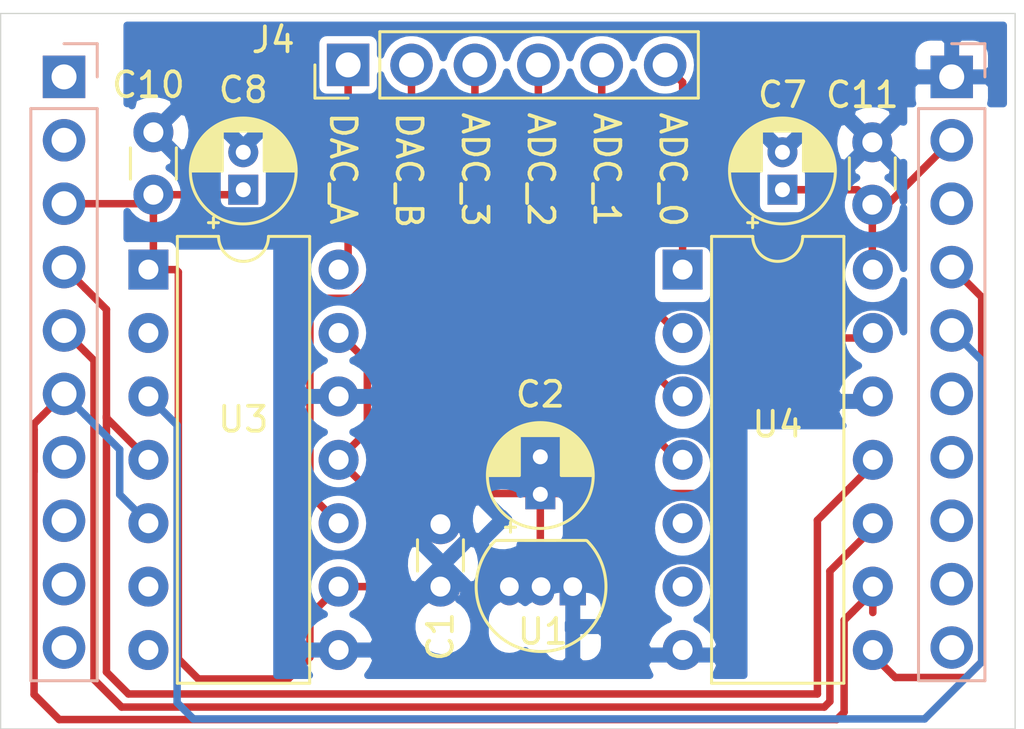
<source format=kicad_pcb>
(kicad_pcb (version 20171130) (host pcbnew "(5.1.4-0-10_14)")

  (general
    (thickness 1.6)
    (drawings 10)
    (tracks 104)
    (zones 0)
    (modules 12)
    (nets 15)
  )

  (page A4)
  (layers
    (0 F.Cu signal)
    (31 B.Cu signal)
    (32 B.Adhes user)
    (33 F.Adhes user)
    (34 B.Paste user)
    (35 F.Paste user)
    (36 B.SilkS user)
    (37 F.SilkS user)
    (38 B.Mask user)
    (39 F.Mask user)
    (40 Dwgs.User user)
    (41 Cmts.User user)
    (42 Eco1.User user)
    (43 Eco2.User user)
    (44 Edge.Cuts user)
    (45 Margin user)
    (46 B.CrtYd user)
    (47 F.CrtYd user)
    (48 B.Fab user hide)
    (49 F.Fab user hide)
  )

  (setup
    (last_trace_width 0.3)
    (trace_clearance 0.2)
    (zone_clearance 0.3)
    (zone_45_only no)
    (trace_min 0.3)
    (via_size 0.6)
    (via_drill 0.3)
    (via_min_size 0.6)
    (via_min_drill 0.3)
    (uvia_size 0.3)
    (uvia_drill 0.1)
    (uvias_allowed no)
    (uvia_min_size 0.2)
    (uvia_min_drill 0.1)
    (edge_width 0.05)
    (segment_width 0.2)
    (pcb_text_width 0.3)
    (pcb_text_size 1.5 1.5)
    (mod_edge_width 0.12)
    (mod_text_size 1 1)
    (mod_text_width 0.15)
    (pad_size 1.524 1.524)
    (pad_drill 0.762)
    (pad_to_mask_clearance 0.1)
    (solder_mask_min_width 0.25)
    (aux_axis_origin 0 0)
    (visible_elements FFFFFF7F)
    (pcbplotparams
      (layerselection 0x010fc_ffffffff)
      (usegerberextensions false)
      (usegerberattributes false)
      (usegerberadvancedattributes false)
      (creategerberjobfile false)
      (excludeedgelayer true)
      (linewidth 0.100000)
      (plotframeref false)
      (viasonmask false)
      (mode 1)
      (useauxorigin false)
      (hpglpennumber 1)
      (hpglpenspeed 20)
      (hpglpendiameter 15.000000)
      (psnegative false)
      (psa4output false)
      (plotreference true)
      (plotvalue true)
      (plotinvisibletext false)
      (padsonsilk false)
      (subtractmaskfromsilk false)
      (outputformat 1)
      (mirror false)
      (drillshape 1)
      (scaleselection 1)
      (outputdirectory ""))
  )

  (net 0 "")
  (net 1 GNDA)
  (net 2 VCC)
  (net 3 "Net-(J4-Pad1)")
  (net 4 "Net-(J4-Pad2)")
  (net 5 "Net-(J4-Pad3)")
  (net 6 "Net-(J4-Pad4)")
  (net 7 "Net-(J4-Pad5)")
  (net 8 "Net-(J4-Pad6)")
  (net 9 /SCK)
  (net 10 /MISO)
  (net 11 /MOSI)
  (net 12 /DAC_CS)
  (net 13 /ADC_CS)
  (net 14 /VREF)

  (net_class Default "To jest domyślna klasa połączeń."
    (clearance 0.2)
    (trace_width 0.3)
    (via_dia 0.6)
    (via_drill 0.3)
    (uvia_dia 0.3)
    (uvia_drill 0.1)
    (diff_pair_width 0.3)
    (diff_pair_gap 0.25)
    (add_net /ADC_CS)
    (add_net /DAC_CS)
    (add_net /MISO)
    (add_net /MOSI)
    (add_net /SCK)
    (add_net /VREF)
    (add_net GNDA)
    (add_net "Net-(J4-Pad1)")
    (add_net "Net-(J4-Pad2)")
    (add_net "Net-(J4-Pad3)")
    (add_net "Net-(J4-Pad4)")
    (add_net "Net-(J4-Pad5)")
    (add_net "Net-(J4-Pad6)")
    (add_net VCC)
  )

  (module Package_TO_SOT_THT:TO-92_Inline (layer F.Cu) (tedit 5A1DD157) (tstamp 5DA79103)
    (at 155 152.5 180)
    (descr "TO-92 leads in-line, narrow, oval pads, drill 0.75mm (see NXP sot054_po.pdf)")
    (tags "to-92 sc-43 sc-43a sot54 PA33 transistor")
    (path /5DA75E77)
    (fp_text reference U1 (at 1.2 -1.8) (layer F.SilkS)
      (effects (font (size 1 1) (thickness 0.15)))
    )
    (fp_text value MCP1541-TO (at 1.27 2.79) (layer F.Fab)
      (effects (font (size 1 1) (thickness 0.15)))
    )
    (fp_arc (start 1.27 0) (end 1.27 -2.6) (angle 135) (layer F.SilkS) (width 0.12))
    (fp_arc (start 1.27 0) (end 1.27 -2.48) (angle -135) (layer F.Fab) (width 0.1))
    (fp_arc (start 1.27 0) (end 1.27 -2.6) (angle -135) (layer F.SilkS) (width 0.12))
    (fp_arc (start 1.27 0) (end 1.27 -2.48) (angle 135) (layer F.Fab) (width 0.1))
    (fp_line (start 4 2.01) (end -1.46 2.01) (layer F.CrtYd) (width 0.05))
    (fp_line (start 4 2.01) (end 4 -2.73) (layer F.CrtYd) (width 0.05))
    (fp_line (start -1.46 -2.73) (end -1.46 2.01) (layer F.CrtYd) (width 0.05))
    (fp_line (start -1.46 -2.73) (end 4 -2.73) (layer F.CrtYd) (width 0.05))
    (fp_line (start -0.5 1.75) (end 3 1.75) (layer F.Fab) (width 0.1))
    (fp_line (start -0.53 1.85) (end 3.07 1.85) (layer F.SilkS) (width 0.12))
    (fp_text user %R (at 1.27 -3.56) (layer F.Fab)
      (effects (font (size 1 1) (thickness 0.15)))
    )
    (pad 1 thru_hole rect (at 0 0 180) (size 1.05 1.5) (drill 0.75) (layers *.Cu *.Mask)
      (net 1 GNDA))
    (pad 3 thru_hole oval (at 2.54 0 180) (size 1.05 1.5) (drill 0.75) (layers *.Cu *.Mask)
      (net 2 VCC))
    (pad 2 thru_hole oval (at 1.27 0 180) (size 1.05 1.5) (drill 0.75) (layers *.Cu *.Mask)
      (net 14 /VREF))
    (model ${KISYS3DMOD}/Package_TO_SOT_THT.3dshapes/TO-92_Inline.wrl
      (at (xyz 0 0 0))
      (scale (xyz 1 1 1))
      (rotate (xyz 0 0 0))
    )
  )

  (module Capacitor_THT:C_Disc_D3.0mm_W1.6mm_P2.50mm (layer F.Cu) (tedit 5AE50EF0) (tstamp 5DA6ACFE)
    (at 167 137.2 90)
    (descr "C, Disc series, Radial, pin pitch=2.50mm, , diameter*width=3.0*1.6mm^2, Capacitor, http://www.vishay.com/docs/45233/krseries.pdf")
    (tags "C Disc series Radial pin pitch 2.50mm  diameter 3.0mm width 1.6mm Capacitor")
    (path /5DAE53A0)
    (fp_text reference C11 (at 4.4 -0.4 180) (layer F.SilkS)
      (effects (font (size 1 1) (thickness 0.15)))
    )
    (fp_text value 100nF (at 1.25 2.05 90) (layer F.Fab)
      (effects (font (size 1 1) (thickness 0.15)))
    )
    (fp_text user %R (at 1.25 0 90) (layer F.Fab)
      (effects (font (size 0.6 0.6) (thickness 0.09)))
    )
    (fp_line (start 3.55 -1.05) (end -1.05 -1.05) (layer F.CrtYd) (width 0.05))
    (fp_line (start 3.55 1.05) (end 3.55 -1.05) (layer F.CrtYd) (width 0.05))
    (fp_line (start -1.05 1.05) (end 3.55 1.05) (layer F.CrtYd) (width 0.05))
    (fp_line (start -1.05 -1.05) (end -1.05 1.05) (layer F.CrtYd) (width 0.05))
    (fp_line (start 0.621 0.92) (end 1.879 0.92) (layer F.SilkS) (width 0.12))
    (fp_line (start 0.621 -0.92) (end 1.879 -0.92) (layer F.SilkS) (width 0.12))
    (fp_line (start 2.75 -0.8) (end -0.25 -0.8) (layer F.Fab) (width 0.1))
    (fp_line (start 2.75 0.8) (end 2.75 -0.8) (layer F.Fab) (width 0.1))
    (fp_line (start -0.25 0.8) (end 2.75 0.8) (layer F.Fab) (width 0.1))
    (fp_line (start -0.25 -0.8) (end -0.25 0.8) (layer F.Fab) (width 0.1))
    (pad 2 thru_hole circle (at 2.5 0 90) (size 1.6 1.6) (drill 0.8) (layers *.Cu *.Mask)
      (net 1 GNDA))
    (pad 1 thru_hole circle (at 0 0 90) (size 1.6 1.6) (drill 0.8) (layers *.Cu *.Mask)
      (net 2 VCC))
    (model ${KISYS3DMOD}/Capacitor_THT.3dshapes/C_Disc_D3.0mm_W1.6mm_P2.50mm.wrl
      (at (xyz 0 0 0))
      (scale (xyz 1 1 1))
      (rotate (xyz 0 0 0))
    )
  )

  (module Capacitor_THT:C_Disc_D3.0mm_W1.6mm_P2.50mm (layer F.Cu) (tedit 5AE50EF0) (tstamp 5DA6ACED)
    (at 138.2 136.8 90)
    (descr "C, Disc series, Radial, pin pitch=2.50mm, , diameter*width=3.0*1.6mm^2, Capacitor, http://www.vishay.com/docs/45233/krseries.pdf")
    (tags "C Disc series Radial pin pitch 2.50mm  diameter 3.0mm width 1.6mm Capacitor")
    (path /5DAC6EFB)
    (fp_text reference C10 (at 4.4 -0.2 180) (layer F.SilkS)
      (effects (font (size 1 1) (thickness 0.15)))
    )
    (fp_text value 100nF (at 1.25 2.05 90) (layer F.Fab)
      (effects (font (size 1 1) (thickness 0.15)))
    )
    (fp_text user %R (at 1.25 0 90) (layer F.Fab)
      (effects (font (size 0.6 0.6) (thickness 0.09)))
    )
    (fp_line (start 3.55 -1.05) (end -1.05 -1.05) (layer F.CrtYd) (width 0.05))
    (fp_line (start 3.55 1.05) (end 3.55 -1.05) (layer F.CrtYd) (width 0.05))
    (fp_line (start -1.05 1.05) (end 3.55 1.05) (layer F.CrtYd) (width 0.05))
    (fp_line (start -1.05 -1.05) (end -1.05 1.05) (layer F.CrtYd) (width 0.05))
    (fp_line (start 0.621 0.92) (end 1.879 0.92) (layer F.SilkS) (width 0.12))
    (fp_line (start 0.621 -0.92) (end 1.879 -0.92) (layer F.SilkS) (width 0.12))
    (fp_line (start 2.75 -0.8) (end -0.25 -0.8) (layer F.Fab) (width 0.1))
    (fp_line (start 2.75 0.8) (end 2.75 -0.8) (layer F.Fab) (width 0.1))
    (fp_line (start -0.25 0.8) (end 2.75 0.8) (layer F.Fab) (width 0.1))
    (fp_line (start -0.25 -0.8) (end -0.25 0.8) (layer F.Fab) (width 0.1))
    (pad 2 thru_hole circle (at 2.5 0 90) (size 1.6 1.6) (drill 0.8) (layers *.Cu *.Mask)
      (net 1 GNDA))
    (pad 1 thru_hole circle (at 0 0 90) (size 1.6 1.6) (drill 0.8) (layers *.Cu *.Mask)
      (net 2 VCC))
    (model ${KISYS3DMOD}/Capacitor_THT.3dshapes/C_Disc_D3.0mm_W1.6mm_P2.50mm.wrl
      (at (xyz 0 0 0))
      (scale (xyz 1 1 1))
      (rotate (xyz 0 0 0))
    )
  )

  (module Capacitor_THT:CP_Radial_D4.0mm_P1.50mm (layer F.Cu) (tedit 5AE50EF0) (tstamp 5DA7A8BB)
    (at 141.8 136.6 90)
    (descr "CP, Radial series, Radial, pin pitch=1.50mm, , diameter=4mm, Electrolytic Capacitor")
    (tags "CP Radial series Radial pin pitch 1.50mm  diameter 4mm Electrolytic Capacitor")
    (path /5DAC6B46)
    (fp_text reference C8 (at 4 0 180) (layer F.SilkS)
      (effects (font (size 1 1) (thickness 0.15)))
    )
    (fp_text value 10uF (at 0.75 3.25 90) (layer F.Fab)
      (effects (font (size 1 1) (thickness 0.15)))
    )
    (fp_text user %R (at 0.75 0 90) (layer F.Fab)
      (effects (font (size 0.8 0.8) (thickness 0.12)))
    )
    (fp_line (start -1.319801 -1.395) (end -1.319801 -0.995) (layer F.SilkS) (width 0.12))
    (fp_line (start -1.519801 -1.195) (end -1.119801 -1.195) (layer F.SilkS) (width 0.12))
    (fp_line (start 2.831 -0.37) (end 2.831 0.37) (layer F.SilkS) (width 0.12))
    (fp_line (start 2.791 -0.537) (end 2.791 0.537) (layer F.SilkS) (width 0.12))
    (fp_line (start 2.751 -0.664) (end 2.751 0.664) (layer F.SilkS) (width 0.12))
    (fp_line (start 2.711 -0.768) (end 2.711 0.768) (layer F.SilkS) (width 0.12))
    (fp_line (start 2.671 -0.859) (end 2.671 0.859) (layer F.SilkS) (width 0.12))
    (fp_line (start 2.631 -0.94) (end 2.631 0.94) (layer F.SilkS) (width 0.12))
    (fp_line (start 2.591 -1.013) (end 2.591 1.013) (layer F.SilkS) (width 0.12))
    (fp_line (start 2.551 -1.08) (end 2.551 1.08) (layer F.SilkS) (width 0.12))
    (fp_line (start 2.511 -1.142) (end 2.511 1.142) (layer F.SilkS) (width 0.12))
    (fp_line (start 2.471 -1.2) (end 2.471 1.2) (layer F.SilkS) (width 0.12))
    (fp_line (start 2.431 -1.254) (end 2.431 1.254) (layer F.SilkS) (width 0.12))
    (fp_line (start 2.391 -1.304) (end 2.391 1.304) (layer F.SilkS) (width 0.12))
    (fp_line (start 2.351 -1.351) (end 2.351 1.351) (layer F.SilkS) (width 0.12))
    (fp_line (start 2.311 0.84) (end 2.311 1.396) (layer F.SilkS) (width 0.12))
    (fp_line (start 2.311 -1.396) (end 2.311 -0.84) (layer F.SilkS) (width 0.12))
    (fp_line (start 2.271 0.84) (end 2.271 1.438) (layer F.SilkS) (width 0.12))
    (fp_line (start 2.271 -1.438) (end 2.271 -0.84) (layer F.SilkS) (width 0.12))
    (fp_line (start 2.231 0.84) (end 2.231 1.478) (layer F.SilkS) (width 0.12))
    (fp_line (start 2.231 -1.478) (end 2.231 -0.84) (layer F.SilkS) (width 0.12))
    (fp_line (start 2.191 0.84) (end 2.191 1.516) (layer F.SilkS) (width 0.12))
    (fp_line (start 2.191 -1.516) (end 2.191 -0.84) (layer F.SilkS) (width 0.12))
    (fp_line (start 2.151 0.84) (end 2.151 1.552) (layer F.SilkS) (width 0.12))
    (fp_line (start 2.151 -1.552) (end 2.151 -0.84) (layer F.SilkS) (width 0.12))
    (fp_line (start 2.111 0.84) (end 2.111 1.587) (layer F.SilkS) (width 0.12))
    (fp_line (start 2.111 -1.587) (end 2.111 -0.84) (layer F.SilkS) (width 0.12))
    (fp_line (start 2.071 0.84) (end 2.071 1.619) (layer F.SilkS) (width 0.12))
    (fp_line (start 2.071 -1.619) (end 2.071 -0.84) (layer F.SilkS) (width 0.12))
    (fp_line (start 2.031 0.84) (end 2.031 1.65) (layer F.SilkS) (width 0.12))
    (fp_line (start 2.031 -1.65) (end 2.031 -0.84) (layer F.SilkS) (width 0.12))
    (fp_line (start 1.991 0.84) (end 1.991 1.68) (layer F.SilkS) (width 0.12))
    (fp_line (start 1.991 -1.68) (end 1.991 -0.84) (layer F.SilkS) (width 0.12))
    (fp_line (start 1.951 0.84) (end 1.951 1.708) (layer F.SilkS) (width 0.12))
    (fp_line (start 1.951 -1.708) (end 1.951 -0.84) (layer F.SilkS) (width 0.12))
    (fp_line (start 1.911 0.84) (end 1.911 1.735) (layer F.SilkS) (width 0.12))
    (fp_line (start 1.911 -1.735) (end 1.911 -0.84) (layer F.SilkS) (width 0.12))
    (fp_line (start 1.871 0.84) (end 1.871 1.76) (layer F.SilkS) (width 0.12))
    (fp_line (start 1.871 -1.76) (end 1.871 -0.84) (layer F.SilkS) (width 0.12))
    (fp_line (start 1.831 0.84) (end 1.831 1.785) (layer F.SilkS) (width 0.12))
    (fp_line (start 1.831 -1.785) (end 1.831 -0.84) (layer F.SilkS) (width 0.12))
    (fp_line (start 1.791 0.84) (end 1.791 1.808) (layer F.SilkS) (width 0.12))
    (fp_line (start 1.791 -1.808) (end 1.791 -0.84) (layer F.SilkS) (width 0.12))
    (fp_line (start 1.751 0.84) (end 1.751 1.83) (layer F.SilkS) (width 0.12))
    (fp_line (start 1.751 -1.83) (end 1.751 -0.84) (layer F.SilkS) (width 0.12))
    (fp_line (start 1.711 0.84) (end 1.711 1.851) (layer F.SilkS) (width 0.12))
    (fp_line (start 1.711 -1.851) (end 1.711 -0.84) (layer F.SilkS) (width 0.12))
    (fp_line (start 1.671 0.84) (end 1.671 1.87) (layer F.SilkS) (width 0.12))
    (fp_line (start 1.671 -1.87) (end 1.671 -0.84) (layer F.SilkS) (width 0.12))
    (fp_line (start 1.631 0.84) (end 1.631 1.889) (layer F.SilkS) (width 0.12))
    (fp_line (start 1.631 -1.889) (end 1.631 -0.84) (layer F.SilkS) (width 0.12))
    (fp_line (start 1.591 0.84) (end 1.591 1.907) (layer F.SilkS) (width 0.12))
    (fp_line (start 1.591 -1.907) (end 1.591 -0.84) (layer F.SilkS) (width 0.12))
    (fp_line (start 1.551 0.84) (end 1.551 1.924) (layer F.SilkS) (width 0.12))
    (fp_line (start 1.551 -1.924) (end 1.551 -0.84) (layer F.SilkS) (width 0.12))
    (fp_line (start 1.511 0.84) (end 1.511 1.94) (layer F.SilkS) (width 0.12))
    (fp_line (start 1.511 -1.94) (end 1.511 -0.84) (layer F.SilkS) (width 0.12))
    (fp_line (start 1.471 0.84) (end 1.471 1.954) (layer F.SilkS) (width 0.12))
    (fp_line (start 1.471 -1.954) (end 1.471 -0.84) (layer F.SilkS) (width 0.12))
    (fp_line (start 1.43 0.84) (end 1.43 1.968) (layer F.SilkS) (width 0.12))
    (fp_line (start 1.43 -1.968) (end 1.43 -0.84) (layer F.SilkS) (width 0.12))
    (fp_line (start 1.39 0.84) (end 1.39 1.982) (layer F.SilkS) (width 0.12))
    (fp_line (start 1.39 -1.982) (end 1.39 -0.84) (layer F.SilkS) (width 0.12))
    (fp_line (start 1.35 0.84) (end 1.35 1.994) (layer F.SilkS) (width 0.12))
    (fp_line (start 1.35 -1.994) (end 1.35 -0.84) (layer F.SilkS) (width 0.12))
    (fp_line (start 1.31 0.84) (end 1.31 2.005) (layer F.SilkS) (width 0.12))
    (fp_line (start 1.31 -2.005) (end 1.31 -0.84) (layer F.SilkS) (width 0.12))
    (fp_line (start 1.27 0.84) (end 1.27 2.016) (layer F.SilkS) (width 0.12))
    (fp_line (start 1.27 -2.016) (end 1.27 -0.84) (layer F.SilkS) (width 0.12))
    (fp_line (start 1.23 0.84) (end 1.23 2.025) (layer F.SilkS) (width 0.12))
    (fp_line (start 1.23 -2.025) (end 1.23 -0.84) (layer F.SilkS) (width 0.12))
    (fp_line (start 1.19 0.84) (end 1.19 2.034) (layer F.SilkS) (width 0.12))
    (fp_line (start 1.19 -2.034) (end 1.19 -0.84) (layer F.SilkS) (width 0.12))
    (fp_line (start 1.15 0.84) (end 1.15 2.042) (layer F.SilkS) (width 0.12))
    (fp_line (start 1.15 -2.042) (end 1.15 -0.84) (layer F.SilkS) (width 0.12))
    (fp_line (start 1.11 0.84) (end 1.11 2.05) (layer F.SilkS) (width 0.12))
    (fp_line (start 1.11 -2.05) (end 1.11 -0.84) (layer F.SilkS) (width 0.12))
    (fp_line (start 1.07 0.84) (end 1.07 2.056) (layer F.SilkS) (width 0.12))
    (fp_line (start 1.07 -2.056) (end 1.07 -0.84) (layer F.SilkS) (width 0.12))
    (fp_line (start 1.03 0.84) (end 1.03 2.062) (layer F.SilkS) (width 0.12))
    (fp_line (start 1.03 -2.062) (end 1.03 -0.84) (layer F.SilkS) (width 0.12))
    (fp_line (start 0.99 0.84) (end 0.99 2.067) (layer F.SilkS) (width 0.12))
    (fp_line (start 0.99 -2.067) (end 0.99 -0.84) (layer F.SilkS) (width 0.12))
    (fp_line (start 0.95 0.84) (end 0.95 2.071) (layer F.SilkS) (width 0.12))
    (fp_line (start 0.95 -2.071) (end 0.95 -0.84) (layer F.SilkS) (width 0.12))
    (fp_line (start 0.91 0.84) (end 0.91 2.074) (layer F.SilkS) (width 0.12))
    (fp_line (start 0.91 -2.074) (end 0.91 -0.84) (layer F.SilkS) (width 0.12))
    (fp_line (start 0.87 0.84) (end 0.87 2.077) (layer F.SilkS) (width 0.12))
    (fp_line (start 0.87 -2.077) (end 0.87 -0.84) (layer F.SilkS) (width 0.12))
    (fp_line (start 0.83 -2.079) (end 0.83 -0.84) (layer F.SilkS) (width 0.12))
    (fp_line (start 0.83 0.84) (end 0.83 2.079) (layer F.SilkS) (width 0.12))
    (fp_line (start 0.79 -2.08) (end 0.79 -0.84) (layer F.SilkS) (width 0.12))
    (fp_line (start 0.79 0.84) (end 0.79 2.08) (layer F.SilkS) (width 0.12))
    (fp_line (start 0.75 -2.08) (end 0.75 -0.84) (layer F.SilkS) (width 0.12))
    (fp_line (start 0.75 0.84) (end 0.75 2.08) (layer F.SilkS) (width 0.12))
    (fp_line (start -0.752554 -1.0675) (end -0.752554 -0.6675) (layer F.Fab) (width 0.1))
    (fp_line (start -0.952554 -0.8675) (end -0.552554 -0.8675) (layer F.Fab) (width 0.1))
    (fp_circle (center 0.75 0) (end 3 0) (layer F.CrtYd) (width 0.05))
    (fp_circle (center 0.75 0) (end 2.87 0) (layer F.SilkS) (width 0.12))
    (fp_circle (center 0.75 0) (end 2.75 0) (layer F.Fab) (width 0.1))
    (pad 2 thru_hole circle (at 1.5 0 90) (size 1.2 1.2) (drill 0.6) (layers *.Cu *.Mask)
      (net 1 GNDA))
    (pad 1 thru_hole rect (at 0 0 90) (size 1.2 1.2) (drill 0.6) (layers *.Cu *.Mask)
      (net 2 VCC))
    (model ${KISYS3DMOD}/Capacitor_THT.3dshapes/CP_Radial_D4.0mm_P1.50mm.wrl
      (at (xyz 0 0 0))
      (scale (xyz 1 1 1))
      (rotate (xyz 0 0 0))
    )
  )

  (module Capacitor_THT:CP_Radial_D4.0mm_P1.50mm (layer F.Cu) (tedit 5AE50EF0) (tstamp 5DA6ACBA)
    (at 163.4 136.6 90)
    (descr "CP, Radial series, Radial, pin pitch=1.50mm, , diameter=4mm, Electrolytic Capacitor")
    (tags "CP Radial series Radial pin pitch 1.50mm  diameter 4mm Electrolytic Capacitor")
    (path /5DADBE97)
    (fp_text reference C7 (at 3.8 0 180) (layer F.SilkS)
      (effects (font (size 1 1) (thickness 0.15)))
    )
    (fp_text value 10uF (at 0.75 3.25 90) (layer F.Fab)
      (effects (font (size 1 1) (thickness 0.15)))
    )
    (fp_text user %R (at 0.75 0 90) (layer F.Fab)
      (effects (font (size 0.8 0.8) (thickness 0.12)))
    )
    (fp_line (start -1.319801 -1.395) (end -1.319801 -0.995) (layer F.SilkS) (width 0.12))
    (fp_line (start -1.519801 -1.195) (end -1.119801 -1.195) (layer F.SilkS) (width 0.12))
    (fp_line (start 2.831 -0.37) (end 2.831 0.37) (layer F.SilkS) (width 0.12))
    (fp_line (start 2.791 -0.537) (end 2.791 0.537) (layer F.SilkS) (width 0.12))
    (fp_line (start 2.751 -0.664) (end 2.751 0.664) (layer F.SilkS) (width 0.12))
    (fp_line (start 2.711 -0.768) (end 2.711 0.768) (layer F.SilkS) (width 0.12))
    (fp_line (start 2.671 -0.859) (end 2.671 0.859) (layer F.SilkS) (width 0.12))
    (fp_line (start 2.631 -0.94) (end 2.631 0.94) (layer F.SilkS) (width 0.12))
    (fp_line (start 2.591 -1.013) (end 2.591 1.013) (layer F.SilkS) (width 0.12))
    (fp_line (start 2.551 -1.08) (end 2.551 1.08) (layer F.SilkS) (width 0.12))
    (fp_line (start 2.511 -1.142) (end 2.511 1.142) (layer F.SilkS) (width 0.12))
    (fp_line (start 2.471 -1.2) (end 2.471 1.2) (layer F.SilkS) (width 0.12))
    (fp_line (start 2.431 -1.254) (end 2.431 1.254) (layer F.SilkS) (width 0.12))
    (fp_line (start 2.391 -1.304) (end 2.391 1.304) (layer F.SilkS) (width 0.12))
    (fp_line (start 2.351 -1.351) (end 2.351 1.351) (layer F.SilkS) (width 0.12))
    (fp_line (start 2.311 0.84) (end 2.311 1.396) (layer F.SilkS) (width 0.12))
    (fp_line (start 2.311 -1.396) (end 2.311 -0.84) (layer F.SilkS) (width 0.12))
    (fp_line (start 2.271 0.84) (end 2.271 1.438) (layer F.SilkS) (width 0.12))
    (fp_line (start 2.271 -1.438) (end 2.271 -0.84) (layer F.SilkS) (width 0.12))
    (fp_line (start 2.231 0.84) (end 2.231 1.478) (layer F.SilkS) (width 0.12))
    (fp_line (start 2.231 -1.478) (end 2.231 -0.84) (layer F.SilkS) (width 0.12))
    (fp_line (start 2.191 0.84) (end 2.191 1.516) (layer F.SilkS) (width 0.12))
    (fp_line (start 2.191 -1.516) (end 2.191 -0.84) (layer F.SilkS) (width 0.12))
    (fp_line (start 2.151 0.84) (end 2.151 1.552) (layer F.SilkS) (width 0.12))
    (fp_line (start 2.151 -1.552) (end 2.151 -0.84) (layer F.SilkS) (width 0.12))
    (fp_line (start 2.111 0.84) (end 2.111 1.587) (layer F.SilkS) (width 0.12))
    (fp_line (start 2.111 -1.587) (end 2.111 -0.84) (layer F.SilkS) (width 0.12))
    (fp_line (start 2.071 0.84) (end 2.071 1.619) (layer F.SilkS) (width 0.12))
    (fp_line (start 2.071 -1.619) (end 2.071 -0.84) (layer F.SilkS) (width 0.12))
    (fp_line (start 2.031 0.84) (end 2.031 1.65) (layer F.SilkS) (width 0.12))
    (fp_line (start 2.031 -1.65) (end 2.031 -0.84) (layer F.SilkS) (width 0.12))
    (fp_line (start 1.991 0.84) (end 1.991 1.68) (layer F.SilkS) (width 0.12))
    (fp_line (start 1.991 -1.68) (end 1.991 -0.84) (layer F.SilkS) (width 0.12))
    (fp_line (start 1.951 0.84) (end 1.951 1.708) (layer F.SilkS) (width 0.12))
    (fp_line (start 1.951 -1.708) (end 1.951 -0.84) (layer F.SilkS) (width 0.12))
    (fp_line (start 1.911 0.84) (end 1.911 1.735) (layer F.SilkS) (width 0.12))
    (fp_line (start 1.911 -1.735) (end 1.911 -0.84) (layer F.SilkS) (width 0.12))
    (fp_line (start 1.871 0.84) (end 1.871 1.76) (layer F.SilkS) (width 0.12))
    (fp_line (start 1.871 -1.76) (end 1.871 -0.84) (layer F.SilkS) (width 0.12))
    (fp_line (start 1.831 0.84) (end 1.831 1.785) (layer F.SilkS) (width 0.12))
    (fp_line (start 1.831 -1.785) (end 1.831 -0.84) (layer F.SilkS) (width 0.12))
    (fp_line (start 1.791 0.84) (end 1.791 1.808) (layer F.SilkS) (width 0.12))
    (fp_line (start 1.791 -1.808) (end 1.791 -0.84) (layer F.SilkS) (width 0.12))
    (fp_line (start 1.751 0.84) (end 1.751 1.83) (layer F.SilkS) (width 0.12))
    (fp_line (start 1.751 -1.83) (end 1.751 -0.84) (layer F.SilkS) (width 0.12))
    (fp_line (start 1.711 0.84) (end 1.711 1.851) (layer F.SilkS) (width 0.12))
    (fp_line (start 1.711 -1.851) (end 1.711 -0.84) (layer F.SilkS) (width 0.12))
    (fp_line (start 1.671 0.84) (end 1.671 1.87) (layer F.SilkS) (width 0.12))
    (fp_line (start 1.671 -1.87) (end 1.671 -0.84) (layer F.SilkS) (width 0.12))
    (fp_line (start 1.631 0.84) (end 1.631 1.889) (layer F.SilkS) (width 0.12))
    (fp_line (start 1.631 -1.889) (end 1.631 -0.84) (layer F.SilkS) (width 0.12))
    (fp_line (start 1.591 0.84) (end 1.591 1.907) (layer F.SilkS) (width 0.12))
    (fp_line (start 1.591 -1.907) (end 1.591 -0.84) (layer F.SilkS) (width 0.12))
    (fp_line (start 1.551 0.84) (end 1.551 1.924) (layer F.SilkS) (width 0.12))
    (fp_line (start 1.551 -1.924) (end 1.551 -0.84) (layer F.SilkS) (width 0.12))
    (fp_line (start 1.511 0.84) (end 1.511 1.94) (layer F.SilkS) (width 0.12))
    (fp_line (start 1.511 -1.94) (end 1.511 -0.84) (layer F.SilkS) (width 0.12))
    (fp_line (start 1.471 0.84) (end 1.471 1.954) (layer F.SilkS) (width 0.12))
    (fp_line (start 1.471 -1.954) (end 1.471 -0.84) (layer F.SilkS) (width 0.12))
    (fp_line (start 1.43 0.84) (end 1.43 1.968) (layer F.SilkS) (width 0.12))
    (fp_line (start 1.43 -1.968) (end 1.43 -0.84) (layer F.SilkS) (width 0.12))
    (fp_line (start 1.39 0.84) (end 1.39 1.982) (layer F.SilkS) (width 0.12))
    (fp_line (start 1.39 -1.982) (end 1.39 -0.84) (layer F.SilkS) (width 0.12))
    (fp_line (start 1.35 0.84) (end 1.35 1.994) (layer F.SilkS) (width 0.12))
    (fp_line (start 1.35 -1.994) (end 1.35 -0.84) (layer F.SilkS) (width 0.12))
    (fp_line (start 1.31 0.84) (end 1.31 2.005) (layer F.SilkS) (width 0.12))
    (fp_line (start 1.31 -2.005) (end 1.31 -0.84) (layer F.SilkS) (width 0.12))
    (fp_line (start 1.27 0.84) (end 1.27 2.016) (layer F.SilkS) (width 0.12))
    (fp_line (start 1.27 -2.016) (end 1.27 -0.84) (layer F.SilkS) (width 0.12))
    (fp_line (start 1.23 0.84) (end 1.23 2.025) (layer F.SilkS) (width 0.12))
    (fp_line (start 1.23 -2.025) (end 1.23 -0.84) (layer F.SilkS) (width 0.12))
    (fp_line (start 1.19 0.84) (end 1.19 2.034) (layer F.SilkS) (width 0.12))
    (fp_line (start 1.19 -2.034) (end 1.19 -0.84) (layer F.SilkS) (width 0.12))
    (fp_line (start 1.15 0.84) (end 1.15 2.042) (layer F.SilkS) (width 0.12))
    (fp_line (start 1.15 -2.042) (end 1.15 -0.84) (layer F.SilkS) (width 0.12))
    (fp_line (start 1.11 0.84) (end 1.11 2.05) (layer F.SilkS) (width 0.12))
    (fp_line (start 1.11 -2.05) (end 1.11 -0.84) (layer F.SilkS) (width 0.12))
    (fp_line (start 1.07 0.84) (end 1.07 2.056) (layer F.SilkS) (width 0.12))
    (fp_line (start 1.07 -2.056) (end 1.07 -0.84) (layer F.SilkS) (width 0.12))
    (fp_line (start 1.03 0.84) (end 1.03 2.062) (layer F.SilkS) (width 0.12))
    (fp_line (start 1.03 -2.062) (end 1.03 -0.84) (layer F.SilkS) (width 0.12))
    (fp_line (start 0.99 0.84) (end 0.99 2.067) (layer F.SilkS) (width 0.12))
    (fp_line (start 0.99 -2.067) (end 0.99 -0.84) (layer F.SilkS) (width 0.12))
    (fp_line (start 0.95 0.84) (end 0.95 2.071) (layer F.SilkS) (width 0.12))
    (fp_line (start 0.95 -2.071) (end 0.95 -0.84) (layer F.SilkS) (width 0.12))
    (fp_line (start 0.91 0.84) (end 0.91 2.074) (layer F.SilkS) (width 0.12))
    (fp_line (start 0.91 -2.074) (end 0.91 -0.84) (layer F.SilkS) (width 0.12))
    (fp_line (start 0.87 0.84) (end 0.87 2.077) (layer F.SilkS) (width 0.12))
    (fp_line (start 0.87 -2.077) (end 0.87 -0.84) (layer F.SilkS) (width 0.12))
    (fp_line (start 0.83 -2.079) (end 0.83 -0.84) (layer F.SilkS) (width 0.12))
    (fp_line (start 0.83 0.84) (end 0.83 2.079) (layer F.SilkS) (width 0.12))
    (fp_line (start 0.79 -2.08) (end 0.79 -0.84) (layer F.SilkS) (width 0.12))
    (fp_line (start 0.79 0.84) (end 0.79 2.08) (layer F.SilkS) (width 0.12))
    (fp_line (start 0.75 -2.08) (end 0.75 -0.84) (layer F.SilkS) (width 0.12))
    (fp_line (start 0.75 0.84) (end 0.75 2.08) (layer F.SilkS) (width 0.12))
    (fp_line (start -0.752554 -1.0675) (end -0.752554 -0.6675) (layer F.Fab) (width 0.1))
    (fp_line (start -0.952554 -0.8675) (end -0.552554 -0.8675) (layer F.Fab) (width 0.1))
    (fp_circle (center 0.75 0) (end 3 0) (layer F.CrtYd) (width 0.05))
    (fp_circle (center 0.75 0) (end 2.87 0) (layer F.SilkS) (width 0.12))
    (fp_circle (center 0.75 0) (end 2.75 0) (layer F.Fab) (width 0.1))
    (pad 2 thru_hole circle (at 1.5 0 90) (size 1.2 1.2) (drill 0.6) (layers *.Cu *.Mask)
      (net 1 GNDA))
    (pad 1 thru_hole rect (at 0 0 90) (size 1.2 1.2) (drill 0.6) (layers *.Cu *.Mask)
      (net 2 VCC))
    (model ${KISYS3DMOD}/Capacitor_THT.3dshapes/CP_Radial_D4.0mm_P1.50mm.wrl
      (at (xyz 0 0 0))
      (scale (xyz 1 1 1))
      (rotate (xyz 0 0 0))
    )
  )

  (module Capacitor_THT:CP_Radial_D4.0mm_P1.50mm (layer F.Cu) (tedit 5AE50EF0) (tstamp 5DA78D7F)
    (at 153.7 148.8 90)
    (descr "CP, Radial series, Radial, pin pitch=1.50mm, , diameter=4mm, Electrolytic Capacitor")
    (tags "CP Radial series Radial pin pitch 1.50mm  diameter 4mm Electrolytic Capacitor")
    (path /5DA85D27)
    (fp_text reference C2 (at 4 0 180) (layer F.SilkS)
      (effects (font (size 1 1) (thickness 0.15)))
    )
    (fp_text value 10uF (at 0.75 3.25 90) (layer F.Fab)
      (effects (font (size 1 1) (thickness 0.15)))
    )
    (fp_text user %R (at 0.75 0 90) (layer F.Fab)
      (effects (font (size 0.8 0.8) (thickness 0.12)))
    )
    (fp_line (start -1.319801 -1.395) (end -1.319801 -0.995) (layer F.SilkS) (width 0.12))
    (fp_line (start -1.519801 -1.195) (end -1.119801 -1.195) (layer F.SilkS) (width 0.12))
    (fp_line (start 2.831 -0.37) (end 2.831 0.37) (layer F.SilkS) (width 0.12))
    (fp_line (start 2.791 -0.537) (end 2.791 0.537) (layer F.SilkS) (width 0.12))
    (fp_line (start 2.751 -0.664) (end 2.751 0.664) (layer F.SilkS) (width 0.12))
    (fp_line (start 2.711 -0.768) (end 2.711 0.768) (layer F.SilkS) (width 0.12))
    (fp_line (start 2.671 -0.859) (end 2.671 0.859) (layer F.SilkS) (width 0.12))
    (fp_line (start 2.631 -0.94) (end 2.631 0.94) (layer F.SilkS) (width 0.12))
    (fp_line (start 2.591 -1.013) (end 2.591 1.013) (layer F.SilkS) (width 0.12))
    (fp_line (start 2.551 -1.08) (end 2.551 1.08) (layer F.SilkS) (width 0.12))
    (fp_line (start 2.511 -1.142) (end 2.511 1.142) (layer F.SilkS) (width 0.12))
    (fp_line (start 2.471 -1.2) (end 2.471 1.2) (layer F.SilkS) (width 0.12))
    (fp_line (start 2.431 -1.254) (end 2.431 1.254) (layer F.SilkS) (width 0.12))
    (fp_line (start 2.391 -1.304) (end 2.391 1.304) (layer F.SilkS) (width 0.12))
    (fp_line (start 2.351 -1.351) (end 2.351 1.351) (layer F.SilkS) (width 0.12))
    (fp_line (start 2.311 0.84) (end 2.311 1.396) (layer F.SilkS) (width 0.12))
    (fp_line (start 2.311 -1.396) (end 2.311 -0.84) (layer F.SilkS) (width 0.12))
    (fp_line (start 2.271 0.84) (end 2.271 1.438) (layer F.SilkS) (width 0.12))
    (fp_line (start 2.271 -1.438) (end 2.271 -0.84) (layer F.SilkS) (width 0.12))
    (fp_line (start 2.231 0.84) (end 2.231 1.478) (layer F.SilkS) (width 0.12))
    (fp_line (start 2.231 -1.478) (end 2.231 -0.84) (layer F.SilkS) (width 0.12))
    (fp_line (start 2.191 0.84) (end 2.191 1.516) (layer F.SilkS) (width 0.12))
    (fp_line (start 2.191 -1.516) (end 2.191 -0.84) (layer F.SilkS) (width 0.12))
    (fp_line (start 2.151 0.84) (end 2.151 1.552) (layer F.SilkS) (width 0.12))
    (fp_line (start 2.151 -1.552) (end 2.151 -0.84) (layer F.SilkS) (width 0.12))
    (fp_line (start 2.111 0.84) (end 2.111 1.587) (layer F.SilkS) (width 0.12))
    (fp_line (start 2.111 -1.587) (end 2.111 -0.84) (layer F.SilkS) (width 0.12))
    (fp_line (start 2.071 0.84) (end 2.071 1.619) (layer F.SilkS) (width 0.12))
    (fp_line (start 2.071 -1.619) (end 2.071 -0.84) (layer F.SilkS) (width 0.12))
    (fp_line (start 2.031 0.84) (end 2.031 1.65) (layer F.SilkS) (width 0.12))
    (fp_line (start 2.031 -1.65) (end 2.031 -0.84) (layer F.SilkS) (width 0.12))
    (fp_line (start 1.991 0.84) (end 1.991 1.68) (layer F.SilkS) (width 0.12))
    (fp_line (start 1.991 -1.68) (end 1.991 -0.84) (layer F.SilkS) (width 0.12))
    (fp_line (start 1.951 0.84) (end 1.951 1.708) (layer F.SilkS) (width 0.12))
    (fp_line (start 1.951 -1.708) (end 1.951 -0.84) (layer F.SilkS) (width 0.12))
    (fp_line (start 1.911 0.84) (end 1.911 1.735) (layer F.SilkS) (width 0.12))
    (fp_line (start 1.911 -1.735) (end 1.911 -0.84) (layer F.SilkS) (width 0.12))
    (fp_line (start 1.871 0.84) (end 1.871 1.76) (layer F.SilkS) (width 0.12))
    (fp_line (start 1.871 -1.76) (end 1.871 -0.84) (layer F.SilkS) (width 0.12))
    (fp_line (start 1.831 0.84) (end 1.831 1.785) (layer F.SilkS) (width 0.12))
    (fp_line (start 1.831 -1.785) (end 1.831 -0.84) (layer F.SilkS) (width 0.12))
    (fp_line (start 1.791 0.84) (end 1.791 1.808) (layer F.SilkS) (width 0.12))
    (fp_line (start 1.791 -1.808) (end 1.791 -0.84) (layer F.SilkS) (width 0.12))
    (fp_line (start 1.751 0.84) (end 1.751 1.83) (layer F.SilkS) (width 0.12))
    (fp_line (start 1.751 -1.83) (end 1.751 -0.84) (layer F.SilkS) (width 0.12))
    (fp_line (start 1.711 0.84) (end 1.711 1.851) (layer F.SilkS) (width 0.12))
    (fp_line (start 1.711 -1.851) (end 1.711 -0.84) (layer F.SilkS) (width 0.12))
    (fp_line (start 1.671 0.84) (end 1.671 1.87) (layer F.SilkS) (width 0.12))
    (fp_line (start 1.671 -1.87) (end 1.671 -0.84) (layer F.SilkS) (width 0.12))
    (fp_line (start 1.631 0.84) (end 1.631 1.889) (layer F.SilkS) (width 0.12))
    (fp_line (start 1.631 -1.889) (end 1.631 -0.84) (layer F.SilkS) (width 0.12))
    (fp_line (start 1.591 0.84) (end 1.591 1.907) (layer F.SilkS) (width 0.12))
    (fp_line (start 1.591 -1.907) (end 1.591 -0.84) (layer F.SilkS) (width 0.12))
    (fp_line (start 1.551 0.84) (end 1.551 1.924) (layer F.SilkS) (width 0.12))
    (fp_line (start 1.551 -1.924) (end 1.551 -0.84) (layer F.SilkS) (width 0.12))
    (fp_line (start 1.511 0.84) (end 1.511 1.94) (layer F.SilkS) (width 0.12))
    (fp_line (start 1.511 -1.94) (end 1.511 -0.84) (layer F.SilkS) (width 0.12))
    (fp_line (start 1.471 0.84) (end 1.471 1.954) (layer F.SilkS) (width 0.12))
    (fp_line (start 1.471 -1.954) (end 1.471 -0.84) (layer F.SilkS) (width 0.12))
    (fp_line (start 1.43 0.84) (end 1.43 1.968) (layer F.SilkS) (width 0.12))
    (fp_line (start 1.43 -1.968) (end 1.43 -0.84) (layer F.SilkS) (width 0.12))
    (fp_line (start 1.39 0.84) (end 1.39 1.982) (layer F.SilkS) (width 0.12))
    (fp_line (start 1.39 -1.982) (end 1.39 -0.84) (layer F.SilkS) (width 0.12))
    (fp_line (start 1.35 0.84) (end 1.35 1.994) (layer F.SilkS) (width 0.12))
    (fp_line (start 1.35 -1.994) (end 1.35 -0.84) (layer F.SilkS) (width 0.12))
    (fp_line (start 1.31 0.84) (end 1.31 2.005) (layer F.SilkS) (width 0.12))
    (fp_line (start 1.31 -2.005) (end 1.31 -0.84) (layer F.SilkS) (width 0.12))
    (fp_line (start 1.27 0.84) (end 1.27 2.016) (layer F.SilkS) (width 0.12))
    (fp_line (start 1.27 -2.016) (end 1.27 -0.84) (layer F.SilkS) (width 0.12))
    (fp_line (start 1.23 0.84) (end 1.23 2.025) (layer F.SilkS) (width 0.12))
    (fp_line (start 1.23 -2.025) (end 1.23 -0.84) (layer F.SilkS) (width 0.12))
    (fp_line (start 1.19 0.84) (end 1.19 2.034) (layer F.SilkS) (width 0.12))
    (fp_line (start 1.19 -2.034) (end 1.19 -0.84) (layer F.SilkS) (width 0.12))
    (fp_line (start 1.15 0.84) (end 1.15 2.042) (layer F.SilkS) (width 0.12))
    (fp_line (start 1.15 -2.042) (end 1.15 -0.84) (layer F.SilkS) (width 0.12))
    (fp_line (start 1.11 0.84) (end 1.11 2.05) (layer F.SilkS) (width 0.12))
    (fp_line (start 1.11 -2.05) (end 1.11 -0.84) (layer F.SilkS) (width 0.12))
    (fp_line (start 1.07 0.84) (end 1.07 2.056) (layer F.SilkS) (width 0.12))
    (fp_line (start 1.07 -2.056) (end 1.07 -0.84) (layer F.SilkS) (width 0.12))
    (fp_line (start 1.03 0.84) (end 1.03 2.062) (layer F.SilkS) (width 0.12))
    (fp_line (start 1.03 -2.062) (end 1.03 -0.84) (layer F.SilkS) (width 0.12))
    (fp_line (start 0.99 0.84) (end 0.99 2.067) (layer F.SilkS) (width 0.12))
    (fp_line (start 0.99 -2.067) (end 0.99 -0.84) (layer F.SilkS) (width 0.12))
    (fp_line (start 0.95 0.84) (end 0.95 2.071) (layer F.SilkS) (width 0.12))
    (fp_line (start 0.95 -2.071) (end 0.95 -0.84) (layer F.SilkS) (width 0.12))
    (fp_line (start 0.91 0.84) (end 0.91 2.074) (layer F.SilkS) (width 0.12))
    (fp_line (start 0.91 -2.074) (end 0.91 -0.84) (layer F.SilkS) (width 0.12))
    (fp_line (start 0.87 0.84) (end 0.87 2.077) (layer F.SilkS) (width 0.12))
    (fp_line (start 0.87 -2.077) (end 0.87 -0.84) (layer F.SilkS) (width 0.12))
    (fp_line (start 0.83 -2.079) (end 0.83 -0.84) (layer F.SilkS) (width 0.12))
    (fp_line (start 0.83 0.84) (end 0.83 2.079) (layer F.SilkS) (width 0.12))
    (fp_line (start 0.79 -2.08) (end 0.79 -0.84) (layer F.SilkS) (width 0.12))
    (fp_line (start 0.79 0.84) (end 0.79 2.08) (layer F.SilkS) (width 0.12))
    (fp_line (start 0.75 -2.08) (end 0.75 -0.84) (layer F.SilkS) (width 0.12))
    (fp_line (start 0.75 0.84) (end 0.75 2.08) (layer F.SilkS) (width 0.12))
    (fp_line (start -0.752554 -1.0675) (end -0.752554 -0.6675) (layer F.Fab) (width 0.1))
    (fp_line (start -0.952554 -0.8675) (end -0.552554 -0.8675) (layer F.Fab) (width 0.1))
    (fp_circle (center 0.75 0) (end 3 0) (layer F.CrtYd) (width 0.05))
    (fp_circle (center 0.75 0) (end 2.87 0) (layer F.SilkS) (width 0.12))
    (fp_circle (center 0.75 0) (end 2.75 0) (layer F.Fab) (width 0.1))
    (pad 2 thru_hole circle (at 1.5 0 90) (size 1.2 1.2) (drill 0.6) (layers *.Cu *.Mask)
      (net 1 GNDA))
    (pad 1 thru_hole rect (at 0 0 90) (size 1.2 1.2) (drill 0.6) (layers *.Cu *.Mask)
      (net 14 /VREF))
    (model ${KISYS3DMOD}/Capacitor_THT.3dshapes/CP_Radial_D4.0mm_P1.50mm.wrl
      (at (xyz 0 0 0))
      (scale (xyz 1 1 1))
      (rotate (xyz 0 0 0))
    )
  )

  (module Capacitor_THT:C_Disc_D3.0mm_W1.6mm_P2.50mm (layer F.Cu) (tedit 5AE50EF0) (tstamp 5DA78D14)
    (at 149.7 152.5 90)
    (descr "C, Disc series, Radial, pin pitch=2.50mm, , diameter*width=3.0*1.6mm^2, Capacitor, http://www.vishay.com/docs/45233/krseries.pdf")
    (tags "C Disc series Radial pin pitch 2.50mm  diameter 3.0mm width 1.6mm Capacitor")
    (path /5DA7666B)
    (fp_text reference C1 (at -2 0 90) (layer F.SilkS)
      (effects (font (size 1 1) (thickness 0.15)))
    )
    (fp_text value 100nF (at 1.25 2.05 90) (layer F.Fab)
      (effects (font (size 1 1) (thickness 0.15)))
    )
    (fp_text user %R (at 1.25 0 90) (layer F.Fab)
      (effects (font (size 0.6 0.6) (thickness 0.09)))
    )
    (fp_line (start 3.55 -1.05) (end -1.05 -1.05) (layer F.CrtYd) (width 0.05))
    (fp_line (start 3.55 1.05) (end 3.55 -1.05) (layer F.CrtYd) (width 0.05))
    (fp_line (start -1.05 1.05) (end 3.55 1.05) (layer F.CrtYd) (width 0.05))
    (fp_line (start -1.05 -1.05) (end -1.05 1.05) (layer F.CrtYd) (width 0.05))
    (fp_line (start 0.621 0.92) (end 1.879 0.92) (layer F.SilkS) (width 0.12))
    (fp_line (start 0.621 -0.92) (end 1.879 -0.92) (layer F.SilkS) (width 0.12))
    (fp_line (start 2.75 -0.8) (end -0.25 -0.8) (layer F.Fab) (width 0.1))
    (fp_line (start 2.75 0.8) (end 2.75 -0.8) (layer F.Fab) (width 0.1))
    (fp_line (start -0.25 0.8) (end 2.75 0.8) (layer F.Fab) (width 0.1))
    (fp_line (start -0.25 -0.8) (end -0.25 0.8) (layer F.Fab) (width 0.1))
    (pad 2 thru_hole circle (at 2.5 0 90) (size 1.6 1.6) (drill 0.8) (layers *.Cu *.Mask)
      (net 1 GNDA))
    (pad 1 thru_hole circle (at 0 0 90) (size 1.6 1.6) (drill 0.8) (layers *.Cu *.Mask)
      (net 2 VCC))
    (model ${KISYS3DMOD}/Capacitor_THT.3dshapes/C_Disc_D3.0mm_W1.6mm_P2.50mm.wrl
      (at (xyz 0 0 0))
      (scale (xyz 1 1 1))
      (rotate (xyz 0 0 0))
    )
  )

  (module Connector_PinHeader_2.54mm:PinHeader_1x06_P2.54mm_Vertical (layer F.Cu) (tedit 59FED5CC) (tstamp 5DA6AD5D)
    (at 146 131.6 90)
    (descr "Through hole straight pin header, 1x06, 2.54mm pitch, single row")
    (tags "Through hole pin header THT 1x06 2.54mm single row")
    (path /5DA6DCF4)
    (fp_text reference J4 (at 1 -3 180) (layer F.SilkS)
      (effects (font (size 1 1) (thickness 0.15)))
    )
    (fp_text value Conn_01x06 (at 0 15.03 90) (layer F.Fab)
      (effects (font (size 1 1) (thickness 0.15)))
    )
    (fp_line (start -0.635 -1.27) (end 1.27 -1.27) (layer F.Fab) (width 0.1))
    (fp_line (start 1.27 -1.27) (end 1.27 13.97) (layer F.Fab) (width 0.1))
    (fp_line (start 1.27 13.97) (end -1.27 13.97) (layer F.Fab) (width 0.1))
    (fp_line (start -1.27 13.97) (end -1.27 -0.635) (layer F.Fab) (width 0.1))
    (fp_line (start -1.27 -0.635) (end -0.635 -1.27) (layer F.Fab) (width 0.1))
    (fp_line (start -1.33 14.03) (end 1.33 14.03) (layer F.SilkS) (width 0.12))
    (fp_line (start -1.33 1.27) (end -1.33 14.03) (layer F.SilkS) (width 0.12))
    (fp_line (start 1.33 1.27) (end 1.33 14.03) (layer F.SilkS) (width 0.12))
    (fp_line (start -1.33 1.27) (end 1.33 1.27) (layer F.SilkS) (width 0.12))
    (fp_line (start -1.33 0) (end -1.33 -1.33) (layer F.SilkS) (width 0.12))
    (fp_line (start -1.33 -1.33) (end 0 -1.33) (layer F.SilkS) (width 0.12))
    (fp_line (start -1.8 -1.8) (end -1.8 14.5) (layer F.CrtYd) (width 0.05))
    (fp_line (start -1.8 14.5) (end 1.8 14.5) (layer F.CrtYd) (width 0.05))
    (fp_line (start 1.8 14.5) (end 1.8 -1.8) (layer F.CrtYd) (width 0.05))
    (fp_line (start 1.8 -1.8) (end -1.8 -1.8) (layer F.CrtYd) (width 0.05))
    (fp_text user %R (at 0 6.35) (layer F.Fab)
      (effects (font (size 1 1) (thickness 0.15)))
    )
    (pad 1 thru_hole rect (at 0 0 90) (size 1.7 1.7) (drill 1) (layers *.Cu *.Mask)
      (net 3 "Net-(J4-Pad1)"))
    (pad 2 thru_hole oval (at 0 2.54 90) (size 1.7 1.7) (drill 1) (layers *.Cu *.Mask)
      (net 4 "Net-(J4-Pad2)"))
    (pad 3 thru_hole oval (at 0 5.08 90) (size 1.7 1.7) (drill 1) (layers *.Cu *.Mask)
      (net 5 "Net-(J4-Pad3)"))
    (pad 4 thru_hole oval (at 0 7.62 90) (size 1.7 1.7) (drill 1) (layers *.Cu *.Mask)
      (net 6 "Net-(J4-Pad4)"))
    (pad 5 thru_hole oval (at 0 10.16 90) (size 1.7 1.7) (drill 1) (layers *.Cu *.Mask)
      (net 7 "Net-(J4-Pad5)"))
    (pad 6 thru_hole oval (at 0 12.7 90) (size 1.7 1.7) (drill 1) (layers *.Cu *.Mask)
      (net 8 "Net-(J4-Pad6)"))
    (model ${KISYS3DMOD}/Connector_PinHeader_2.54mm.3dshapes/PinHeader_1x06_P2.54mm_Vertical.wrl
      (at (xyz 0 0 0))
      (scale (xyz 1 1 1))
      (rotate (xyz 0 0 0))
    )
  )

  (module Connector_PinHeader_2.54mm:PinHeader_1x10_P2.54mm_Vertical locked (layer B.Cu) (tedit 59FED5CC) (tstamp 5DA6AD7B)
    (at 134.62 132.08 180)
    (descr "Through hole straight pin header, 1x10, 2.54mm pitch, single row")
    (tags "Through hole pin header THT 1x10 2.54mm single row")
    (path /5DB03939)
    (fp_text reference J5 (at 0 2.33) (layer B.SilkS) hide
      (effects (font (size 1 1) (thickness 0.15)) (justify mirror))
    )
    (fp_text value Conn_01x10 (at 0 -25.19) (layer B.Fab)
      (effects (font (size 1 1) (thickness 0.15)) (justify mirror))
    )
    (fp_line (start -0.635 1.27) (end 1.27 1.27) (layer B.Fab) (width 0.1))
    (fp_line (start 1.27 1.27) (end 1.27 -24.13) (layer B.Fab) (width 0.1))
    (fp_line (start 1.27 -24.13) (end -1.27 -24.13) (layer B.Fab) (width 0.1))
    (fp_line (start -1.27 -24.13) (end -1.27 0.635) (layer B.Fab) (width 0.1))
    (fp_line (start -1.27 0.635) (end -0.635 1.27) (layer B.Fab) (width 0.1))
    (fp_line (start -1.33 -24.19) (end 1.33 -24.19) (layer B.SilkS) (width 0.12))
    (fp_line (start -1.33 -1.27) (end -1.33 -24.19) (layer B.SilkS) (width 0.12))
    (fp_line (start 1.33 -1.27) (end 1.33 -24.19) (layer B.SilkS) (width 0.12))
    (fp_line (start -1.33 -1.27) (end 1.33 -1.27) (layer B.SilkS) (width 0.12))
    (fp_line (start -1.33 0) (end -1.33 1.33) (layer B.SilkS) (width 0.12))
    (fp_line (start -1.33 1.33) (end 0 1.33) (layer B.SilkS) (width 0.12))
    (fp_line (start -1.8 1.8) (end -1.8 -24.65) (layer B.CrtYd) (width 0.05))
    (fp_line (start -1.8 -24.65) (end 1.8 -24.65) (layer B.CrtYd) (width 0.05))
    (fp_line (start 1.8 -24.65) (end 1.8 1.8) (layer B.CrtYd) (width 0.05))
    (fp_line (start 1.8 1.8) (end -1.8 1.8) (layer B.CrtYd) (width 0.05))
    (fp_text user %R (at 0 -11.43 270) (layer B.Fab)
      (effects (font (size 1 1) (thickness 0.15)) (justify mirror))
    )
    (pad 1 thru_hole rect (at 0 0 180) (size 1.7 1.7) (drill 1) (layers *.Cu *.Mask))
    (pad 2 thru_hole oval (at 0 -2.54 180) (size 1.7 1.7) (drill 1) (layers *.Cu *.Mask))
    (pad 3 thru_hole oval (at 0 -5.08 180) (size 1.7 1.7) (drill 1) (layers *.Cu *.Mask)
      (net 2 VCC))
    (pad 4 thru_hole oval (at 0 -7.62 180) (size 1.7 1.7) (drill 1) (layers *.Cu *.Mask)
      (net 9 /SCK))
    (pad 5 thru_hole oval (at 0 -10.16 180) (size 1.7 1.7) (drill 1) (layers *.Cu *.Mask)
      (net 10 /MISO))
    (pad 6 thru_hole oval (at 0 -12.7 180) (size 1.7 1.7) (drill 1) (layers *.Cu *.Mask)
      (net 11 /MOSI))
    (pad 7 thru_hole oval (at 0 -15.24 180) (size 1.7 1.7) (drill 1) (layers *.Cu *.Mask))
    (pad 8 thru_hole oval (at 0 -17.78 180) (size 1.7 1.7) (drill 1) (layers *.Cu *.Mask))
    (pad 9 thru_hole oval (at 0 -20.32 180) (size 1.7 1.7) (drill 1) (layers *.Cu *.Mask))
    (pad 10 thru_hole oval (at 0 -22.86 180) (size 1.7 1.7) (drill 1) (layers *.Cu *.Mask))
    (model ${KISYS3DMOD}/Connector_PinHeader_2.54mm.3dshapes/PinHeader_1x10_P2.54mm_Vertical.wrl
      (at (xyz 0 0 0))
      (scale (xyz 1 1 1))
      (rotate (xyz 0 0 0))
    )
  )

  (module Connector_PinHeader_2.54mm:PinHeader_1x10_P2.54mm_Vertical locked (layer B.Cu) (tedit 59FED5CC) (tstamp 5DA6AD99)
    (at 170.18 132.08 180)
    (descr "Through hole straight pin header, 1x10, 2.54mm pitch, single row")
    (tags "Through hole pin header THT 1x10 2.54mm single row")
    (path /5DB0683A)
    (fp_text reference J6 (at 0 2.33) (layer B.SilkS) hide
      (effects (font (size 1 1) (thickness 0.15)) (justify mirror))
    )
    (fp_text value Conn_01x10 (at 0 -25.19) (layer B.Fab)
      (effects (font (size 1 1) (thickness 0.15)) (justify mirror))
    )
    (fp_text user %R (at 0 -11.43 270) (layer B.Fab)
      (effects (font (size 1 1) (thickness 0.15)) (justify mirror))
    )
    (fp_line (start 1.8 1.8) (end -1.8 1.8) (layer B.CrtYd) (width 0.05))
    (fp_line (start 1.8 -24.65) (end 1.8 1.8) (layer B.CrtYd) (width 0.05))
    (fp_line (start -1.8 -24.65) (end 1.8 -24.65) (layer B.CrtYd) (width 0.05))
    (fp_line (start -1.8 1.8) (end -1.8 -24.65) (layer B.CrtYd) (width 0.05))
    (fp_line (start -1.33 1.33) (end 0 1.33) (layer B.SilkS) (width 0.12))
    (fp_line (start -1.33 0) (end -1.33 1.33) (layer B.SilkS) (width 0.12))
    (fp_line (start -1.33 -1.27) (end 1.33 -1.27) (layer B.SilkS) (width 0.12))
    (fp_line (start 1.33 -1.27) (end 1.33 -24.19) (layer B.SilkS) (width 0.12))
    (fp_line (start -1.33 -1.27) (end -1.33 -24.19) (layer B.SilkS) (width 0.12))
    (fp_line (start -1.33 -24.19) (end 1.33 -24.19) (layer B.SilkS) (width 0.12))
    (fp_line (start -1.27 0.635) (end -0.635 1.27) (layer B.Fab) (width 0.1))
    (fp_line (start -1.27 -24.13) (end -1.27 0.635) (layer B.Fab) (width 0.1))
    (fp_line (start 1.27 -24.13) (end -1.27 -24.13) (layer B.Fab) (width 0.1))
    (fp_line (start 1.27 1.27) (end 1.27 -24.13) (layer B.Fab) (width 0.1))
    (fp_line (start -0.635 1.27) (end 1.27 1.27) (layer B.Fab) (width 0.1))
    (pad 10 thru_hole oval (at 0 -22.86 180) (size 1.7 1.7) (drill 1) (layers *.Cu *.Mask))
    (pad 9 thru_hole oval (at 0 -20.32 180) (size 1.7 1.7) (drill 1) (layers *.Cu *.Mask))
    (pad 8 thru_hole oval (at 0 -17.78 180) (size 1.7 1.7) (drill 1) (layers *.Cu *.Mask))
    (pad 7 thru_hole oval (at 0 -15.24 180) (size 1.7 1.7) (drill 1) (layers *.Cu *.Mask))
    (pad 6 thru_hole oval (at 0 -12.7 180) (size 1.7 1.7) (drill 1) (layers *.Cu *.Mask))
    (pad 5 thru_hole oval (at 0 -10.16 180) (size 1.7 1.7) (drill 1) (layers *.Cu *.Mask)
      (net 12 /DAC_CS))
    (pad 4 thru_hole oval (at 0 -7.62 180) (size 1.7 1.7) (drill 1) (layers *.Cu *.Mask)
      (net 13 /ADC_CS))
    (pad 3 thru_hole oval (at 0 -5.08 180) (size 1.7 1.7) (drill 1) (layers *.Cu *.Mask))
    (pad 2 thru_hole oval (at 0 -2.54 180) (size 1.7 1.7) (drill 1) (layers *.Cu *.Mask)
      (net 2 VCC))
    (pad 1 thru_hole rect (at 0 0 180) (size 1.7 1.7) (drill 1) (layers *.Cu *.Mask)
      (net 1 GNDA))
    (model ${KISYS3DMOD}/Connector_PinHeader_2.54mm.3dshapes/PinHeader_1x10_P2.54mm_Vertical.wrl
      (at (xyz 0 0 0))
      (scale (xyz 1 1 1))
      (rotate (xyz 0 0 0))
    )
  )

  (module Package_DIP:DIP-14_W7.62mm (layer F.Cu) (tedit 5A02E8C5) (tstamp 5DA6AE11)
    (at 138 139.8)
    (descr "14-lead though-hole mounted DIP package, row spacing 7.62 mm (300 mils)")
    (tags "THT DIP DIL PDIP 2.54mm 7.62mm 300mil")
    (path /5DA77D33)
    (fp_text reference U3 (at 3.8 6) (layer F.SilkS)
      (effects (font (size 1 1) (thickness 0.15)))
    )
    (fp_text value MCP4922-ESL (at 3.81 17.57) (layer F.Fab)
      (effects (font (size 1 1) (thickness 0.15)))
    )
    (fp_arc (start 3.81 -1.33) (end 2.81 -1.33) (angle -180) (layer F.SilkS) (width 0.12))
    (fp_line (start 1.635 -1.27) (end 6.985 -1.27) (layer F.Fab) (width 0.1))
    (fp_line (start 6.985 -1.27) (end 6.985 16.51) (layer F.Fab) (width 0.1))
    (fp_line (start 6.985 16.51) (end 0.635 16.51) (layer F.Fab) (width 0.1))
    (fp_line (start 0.635 16.51) (end 0.635 -0.27) (layer F.Fab) (width 0.1))
    (fp_line (start 0.635 -0.27) (end 1.635 -1.27) (layer F.Fab) (width 0.1))
    (fp_line (start 2.81 -1.33) (end 1.16 -1.33) (layer F.SilkS) (width 0.12))
    (fp_line (start 1.16 -1.33) (end 1.16 16.57) (layer F.SilkS) (width 0.12))
    (fp_line (start 1.16 16.57) (end 6.46 16.57) (layer F.SilkS) (width 0.12))
    (fp_line (start 6.46 16.57) (end 6.46 -1.33) (layer F.SilkS) (width 0.12))
    (fp_line (start 6.46 -1.33) (end 4.81 -1.33) (layer F.SilkS) (width 0.12))
    (fp_line (start -1.1 -1.55) (end -1.1 16.8) (layer F.CrtYd) (width 0.05))
    (fp_line (start -1.1 16.8) (end 8.7 16.8) (layer F.CrtYd) (width 0.05))
    (fp_line (start 8.7 16.8) (end 8.7 -1.55) (layer F.CrtYd) (width 0.05))
    (fp_line (start 8.7 -1.55) (end -1.1 -1.55) (layer F.CrtYd) (width 0.05))
    (fp_text user %R (at 3.81 7.62) (layer F.Fab)
      (effects (font (size 1 1) (thickness 0.15)))
    )
    (pad 1 thru_hole rect (at 0 0) (size 1.6 1.6) (drill 0.8) (layers *.Cu *.Mask)
      (net 2 VCC))
    (pad 8 thru_hole oval (at 7.62 15.24) (size 1.6 1.6) (drill 0.8) (layers *.Cu *.Mask)
      (net 1 GNDA))
    (pad 2 thru_hole oval (at 0 2.54) (size 1.6 1.6) (drill 0.8) (layers *.Cu *.Mask))
    (pad 9 thru_hole oval (at 7.62 12.7) (size 1.6 1.6) (drill 0.8) (layers *.Cu *.Mask)
      (net 2 VCC))
    (pad 3 thru_hole oval (at 0 5.08) (size 1.6 1.6) (drill 0.8) (layers *.Cu *.Mask)
      (net 12 /DAC_CS))
    (pad 10 thru_hole oval (at 7.62 10.16) (size 1.6 1.6) (drill 0.8) (layers *.Cu *.Mask)
      (net 4 "Net-(J4-Pad2)"))
    (pad 4 thru_hole oval (at 0 7.62) (size 1.6 1.6) (drill 0.8) (layers *.Cu *.Mask)
      (net 9 /SCK))
    (pad 11 thru_hole oval (at 7.62 7.62) (size 1.6 1.6) (drill 0.8) (layers *.Cu *.Mask)
      (net 14 /VREF))
    (pad 5 thru_hole oval (at 0 10.16) (size 1.6 1.6) (drill 0.8) (layers *.Cu *.Mask)
      (net 11 /MOSI))
    (pad 12 thru_hole oval (at 7.62 5.08) (size 1.6 1.6) (drill 0.8) (layers *.Cu *.Mask)
      (net 1 GNDA))
    (pad 6 thru_hole oval (at 0 12.7) (size 1.6 1.6) (drill 0.8) (layers *.Cu *.Mask))
    (pad 13 thru_hole oval (at 7.62 2.54) (size 1.6 1.6) (drill 0.8) (layers *.Cu *.Mask)
      (net 14 /VREF))
    (pad 7 thru_hole oval (at 0 15.24) (size 1.6 1.6) (drill 0.8) (layers *.Cu *.Mask))
    (pad 14 thru_hole oval (at 7.62 0) (size 1.6 1.6) (drill 0.8) (layers *.Cu *.Mask)
      (net 3 "Net-(J4-Pad1)"))
    (model ${KISYS3DMOD}/Package_DIP.3dshapes/DIP-14_W7.62mm.wrl
      (at (xyz 0 0 0))
      (scale (xyz 1 1 1))
      (rotate (xyz 0 0 0))
    )
  )

  (module Package_DIP:DIP-14_W7.62mm (layer F.Cu) (tedit 5A02E8C5) (tstamp 5DA6AE33)
    (at 159.4 139.8)
    (descr "14-lead though-hole mounted DIP package, row spacing 7.62 mm (300 mils)")
    (tags "THT DIP DIL PDIP 2.54mm 7.62mm 300mil")
    (path /5DAA0FE4)
    (fp_text reference U4 (at 3.8 6.2) (layer F.SilkS)
      (effects (font (size 1 1) (thickness 0.15)))
    )
    (fp_text value MCP3204 (at 3.81 17.57) (layer F.Fab)
      (effects (font (size 1 1) (thickness 0.15)))
    )
    (fp_text user %R (at 3.81 7.62) (layer F.Fab)
      (effects (font (size 1 1) (thickness 0.15)))
    )
    (fp_line (start 8.7 -1.55) (end -1.1 -1.55) (layer F.CrtYd) (width 0.05))
    (fp_line (start 8.7 16.8) (end 8.7 -1.55) (layer F.CrtYd) (width 0.05))
    (fp_line (start -1.1 16.8) (end 8.7 16.8) (layer F.CrtYd) (width 0.05))
    (fp_line (start -1.1 -1.55) (end -1.1 16.8) (layer F.CrtYd) (width 0.05))
    (fp_line (start 6.46 -1.33) (end 4.81 -1.33) (layer F.SilkS) (width 0.12))
    (fp_line (start 6.46 16.57) (end 6.46 -1.33) (layer F.SilkS) (width 0.12))
    (fp_line (start 1.16 16.57) (end 6.46 16.57) (layer F.SilkS) (width 0.12))
    (fp_line (start 1.16 -1.33) (end 1.16 16.57) (layer F.SilkS) (width 0.12))
    (fp_line (start 2.81 -1.33) (end 1.16 -1.33) (layer F.SilkS) (width 0.12))
    (fp_line (start 0.635 -0.27) (end 1.635 -1.27) (layer F.Fab) (width 0.1))
    (fp_line (start 0.635 16.51) (end 0.635 -0.27) (layer F.Fab) (width 0.1))
    (fp_line (start 6.985 16.51) (end 0.635 16.51) (layer F.Fab) (width 0.1))
    (fp_line (start 6.985 -1.27) (end 6.985 16.51) (layer F.Fab) (width 0.1))
    (fp_line (start 1.635 -1.27) (end 6.985 -1.27) (layer F.Fab) (width 0.1))
    (fp_arc (start 3.81 -1.33) (end 2.81 -1.33) (angle -180) (layer F.SilkS) (width 0.12))
    (pad 14 thru_hole oval (at 7.62 0) (size 1.6 1.6) (drill 0.8) (layers *.Cu *.Mask)
      (net 2 VCC))
    (pad 7 thru_hole oval (at 0 15.24) (size 1.6 1.6) (drill 0.8) (layers *.Cu *.Mask)
      (net 1 GNDA))
    (pad 13 thru_hole oval (at 7.62 2.54) (size 1.6 1.6) (drill 0.8) (layers *.Cu *.Mask)
      (net 14 /VREF))
    (pad 6 thru_hole oval (at 0 12.7) (size 1.6 1.6) (drill 0.8) (layers *.Cu *.Mask))
    (pad 12 thru_hole oval (at 7.62 5.08) (size 1.6 1.6) (drill 0.8) (layers *.Cu *.Mask)
      (net 1 GNDA))
    (pad 5 thru_hole oval (at 0 10.16) (size 1.6 1.6) (drill 0.8) (layers *.Cu *.Mask))
    (pad 11 thru_hole oval (at 7.62 7.62) (size 1.6 1.6) (drill 0.8) (layers *.Cu *.Mask)
      (net 9 /SCK))
    (pad 4 thru_hole oval (at 0 7.62) (size 1.6 1.6) (drill 0.8) (layers *.Cu *.Mask)
      (net 5 "Net-(J4-Pad3)"))
    (pad 10 thru_hole oval (at 7.62 10.16) (size 1.6 1.6) (drill 0.8) (layers *.Cu *.Mask)
      (net 10 /MISO))
    (pad 3 thru_hole oval (at 0 5.08) (size 1.6 1.6) (drill 0.8) (layers *.Cu *.Mask)
      (net 6 "Net-(J4-Pad4)"))
    (pad 9 thru_hole oval (at 7.62 12.7) (size 1.6 1.6) (drill 0.8) (layers *.Cu *.Mask)
      (net 11 /MOSI))
    (pad 2 thru_hole oval (at 0 2.54) (size 1.6 1.6) (drill 0.8) (layers *.Cu *.Mask)
      (net 7 "Net-(J4-Pad5)"))
    (pad 8 thru_hole oval (at 7.62 15.24) (size 1.6 1.6) (drill 0.8) (layers *.Cu *.Mask)
      (net 13 /ADC_CS))
    (pad 1 thru_hole rect (at 0 0) (size 1.6 1.6) (drill 0.8) (layers *.Cu *.Mask)
      (net 8 "Net-(J4-Pad6)"))
    (model ${KISYS3DMOD}/Package_DIP.3dshapes/DIP-14_W7.62mm.wrl
      (at (xyz 0 0 0))
      (scale (xyz 1 1 1))
      (rotate (xyz 0 0 0))
    )
  )

  (gr_text ADC_3 (at 151.08 135.8 270) (layer F.SilkS) (tstamp 5DA7D07D)
    (effects (font (size 1 1) (thickness 0.15)))
  )
  (gr_text ADC_2 (at 153.72 135.8 270) (layer F.SilkS) (tstamp 5DA7D077)
    (effects (font (size 1 1) (thickness 0.15)))
  )
  (gr_text ADC_1 (at 156.36 135.8 270) (layer F.SilkS) (tstamp 5DA7D07A)
    (effects (font (size 1 1) (thickness 0.15)))
  )
  (gr_text ADC_0 (at 159 135.8 270) (layer F.SilkS) (tstamp 5DA7D080)
    (effects (font (size 1 1) (thickness 0.15)))
  )
  (gr_text DAC_B (at 148.44 135.82381 270) (layer F.SilkS) (tstamp 5DA7D074)
    (effects (font (size 1 1) (thickness 0.15)))
  )
  (gr_text DAC_A (at 145.8 135.752381 270) (layer F.SilkS) (tstamp 5DA7D083)
    (effects (font (size 1 1) (thickness 0.15)))
  )
  (gr_line (start 172.72 158.2) (end 132.08 158.2) (layer Edge.Cuts) (width 0.05))
  (gr_line (start 132.08 158.2) (end 132.08 129.54) (layer Edge.Cuts) (width 0.05) (tstamp 5DA6B438))
  (gr_line (start 172.72 129.54) (end 172.72 158.2) (layer Edge.Cuts) (width 0.05))
  (gr_line (start 132.08 129.54) (end 172.72 129.54) (layer Edge.Cuts) (width 0.05))

  (segment (start 137.84 137.16) (end 138.2 136.8) (width 0.3) (layer F.Cu) (net 2) (status 30))
  (segment (start 134.62 137.16) (end 137.84 137.16) (width 0.3) (layer F.Cu) (net 2) (status 30))
  (segment (start 167.6 137.2) (end 167 137.2) (width 0.3) (layer F.Cu) (net 2) (status 30))
  (segment (start 170.18 134.62) (end 167.6 137.2) (width 0.3) (layer F.Cu) (net 2) (status 30))
  (segment (start 141.4 136.8) (end 141.8 136.4) (width 0.3) (layer F.Cu) (net 2) (status 30))
  (segment (start 138.2 136.8) (end 141.4 136.8) (width 0.3) (layer F.Cu) (net 2) (status 30))
  (segment (start 138.2 139.6) (end 138 139.8) (width 0.3) (layer F.Cu) (net 2) (status 30))
  (segment (start 138.2 136.8) (end 138.2 139.6) (width 0.3) (layer F.Cu) (net 2) (status 30))
  (segment (start 167 139.98) (end 167.02 140) (width 0.3) (layer F.Cu) (net 2) (status 30))
  (segment (start 167 137.2) (end 167 139.98) (width 0.3) (layer F.Cu) (net 2) (status 30))
  (segment (start 166.4 136.6) (end 167 137.2) (width 0.3) (layer F.Cu) (net 2) (status 20))
  (segment (start 163.4 136.6) (end 166.4 136.6) (width 0.3) (layer F.Cu) (net 2) (status 10))
  (segment (start 139.2 155.4) (end 140 156.2) (width 0.3) (layer F.Cu) (net 2))
  (segment (start 139.2 139.9) (end 139.2 155.4) (width 0.3) (layer F.Cu) (net 2))
  (segment (start 139.1 139.8) (end 139.2 139.9) (width 0.3) (layer F.Cu) (net 2))
  (segment (start 138 139.8) (end 139.1 139.8) (width 0.3) (layer F.Cu) (net 2))
  (segment (start 144.469999 153.650001) (end 144.820001 153.299999) (width 0.3) (layer F.Cu) (net 2))
  (segment (start 144.820001 153.299999) (end 145.62 152.5) (width 0.3) (layer F.Cu) (net 2))
  (segment (start 143.6 156.2) (end 144.469999 155.330001) (width 0.3) (layer F.Cu) (net 2))
  (segment (start 144.469999 155.330001) (end 144.469999 153.650001) (width 0.3) (layer F.Cu) (net 2))
  (segment (start 140 156.2) (end 143.6 156.2) (width 0.3) (layer F.Cu) (net 2))
  (segment (start 146.75137 152.5) (end 149.7 152.5) (width 0.3) (layer F.Cu) (net 2))
  (segment (start 145.62 152.5) (end 146.75137 152.5) (width 0.3) (layer F.Cu) (net 2))
  (segment (start 149.7 152.5) (end 152.46 152.5) (width 0.3) (layer F.Cu) (net 2))
  (segment (start 146 139.42) (end 145.62 139.8) (width 0.3) (layer F.Cu) (net 3) (status 30))
  (segment (start 146 131.6) (end 146 139.42) (width 0.3) (layer F.Cu) (net 3) (status 30))
  (segment (start 148.54 132.802081) (end 148.54 131.6) (width 0.3) (layer F.Cu) (net 4) (status 20))
  (segment (start 146.172001 140.950001) (end 148.54 138.582002) (width 0.3) (layer F.Cu) (net 4))
  (segment (start 148.54 138.582002) (end 148.54 132.802081) (width 0.3) (layer F.Cu) (net 4))
  (segment (start 145.067999 140.950001) (end 146.172001 140.950001) (width 0.3) (layer F.Cu) (net 4))
  (segment (start 144.469999 141.548001) (end 145.067999 140.950001) (width 0.3) (layer F.Cu) (net 4))
  (segment (start 144.469999 148.809999) (end 144.469999 141.548001) (width 0.3) (layer F.Cu) (net 4))
  (segment (start 145.62 149.96) (end 144.469999 148.809999) (width 0.3) (layer F.Cu) (net 4) (status 10))
  (segment (start 151.08 139.3) (end 151.08 131.6) (width 0.3) (layer F.Cu) (net 5) (status 20))
  (segment (start 159.4 147.62) (end 151.08 139.3) (width 0.3) (layer F.Cu) (net 5) (status 10))
  (segment (start 153.62 139.3) (end 153.62 131.6) (width 0.3) (layer F.Cu) (net 6) (status 20))
  (segment (start 159.4 145.08) (end 153.62 139.3) (width 0.3) (layer F.Cu) (net 6) (status 10))
  (segment (start 156.16 139.3) (end 156.16 131.6) (width 0.3) (layer F.Cu) (net 7) (status 20))
  (segment (start 159.4 142.54) (end 156.16 139.3) (width 0.3) (layer F.Cu) (net 7) (status 10))
  (segment (start 159.4 132.3) (end 158.7 131.6) (width 0.3) (layer F.Cu) (net 8) (status 20))
  (segment (start 159.4 140) (end 159.4 132.3) (width 0.3) (layer F.Cu) (net 8) (status 10))
  (segment (start 135.469999 140.549999) (end 134.62 139.7) (width 0.3) (layer F.Cu) (net 9) (status 20))
  (segment (start 136.320011 141.400011) (end 135.469999 140.549999) (width 0.3) (layer F.Cu) (net 9))
  (segment (start 136.320011 145.740011) (end 136.320011 145.679989) (width 0.3) (layer F.Cu) (net 9))
  (segment (start 136.320011 145.679989) (end 136.320011 141.400011) (width 0.3) (layer F.Cu) (net 9))
  (segment (start 138 147.42) (end 136.320011 145.740011) (width 0.3) (layer F.Cu) (net 9) (status 10))
  (segment (start 136.320012 155.920012) (end 136.320011 145.679989) (width 0.3) (layer F.Cu) (net 9))
  (segment (start 137.2 156.8) (end 136.320012 155.920012) (width 0.3) (layer F.Cu) (net 9))
  (segment (start 164.8 149.84) (end 164.8 156.8) (width 0.3) (layer F.Cu) (net 9))
  (segment (start 167.02 147.62) (end 164.8 149.84) (width 0.3) (layer F.Cu) (net 9) (status 10))
  (segment (start 164.8 156.8) (end 137.2 156.8) (width 0.3) (layer F.Cu) (net 9))
  (segment (start 165.300011 157.099989) (end 165.075021 157.324979) (width 0.3) (layer F.Cu) (net 10))
  (segment (start 167.02 150.16) (end 165.300011 151.879989) (width 0.3) (layer F.Cu) (net 10) (status 10))
  (segment (start 165.300011 151.879989) (end 165.300011 157.099989) (width 0.3) (layer F.Cu) (net 10))
  (segment (start 135.469999 143.089999) (end 134.62 142.24) (width 0.3) (layer F.Cu) (net 10) (status 20))
  (segment (start 135.820001 156.220001) (end 135.820001 143.440001) (width 0.3) (layer F.Cu) (net 10))
  (segment (start 165.075021 157.324979) (end 136.924979 157.324979) (width 0.3) (layer F.Cu) (net 10))
  (segment (start 136.924979 157.324979) (end 135.820001 156.220001) (width 0.3) (layer F.Cu) (net 10))
  (segment (start 135.820001 143.440001) (end 135.469999 143.089999) (width 0.3) (layer F.Cu) (net 10))
  (segment (start 133.770001 145.629999) (end 134.62 144.78) (width 0.3) (layer F.Cu) (net 11) (status 20))
  (segment (start 133.419999 145.980001) (end 133.770001 145.629999) (width 0.3) (layer F.Cu) (net 11))
  (segment (start 133.419999 146.219999) (end 133.419999 145.980001) (width 0.3) (layer F.Cu) (net 11))
  (segment (start 133.419999 147.896001) (end 133.419999 146.219999) (width 0.3) (layer F.Cu) (net 11))
  (segment (start 135.469999 145.629999) (end 134.62 144.78) (width 0.3) (layer B.Cu) (net 11) (status 20))
  (segment (start 136.849999 147.009999) (end 135.469999 145.629999) (width 0.3) (layer B.Cu) (net 11))
  (segment (start 136.849999 148.809999) (end 136.849999 147.009999) (width 0.3) (layer B.Cu) (net 11))
  (segment (start 138 149.96) (end 136.849999 148.809999) (width 0.3) (layer B.Cu) (net 11) (status 10))
  (segment (start 167.02 152.7) (end 167.02 153.537998) (width 0.3) (layer F.Cu) (net 11) (status 10))
  (segment (start 133.419999 156.819999) (end 133.419999 146.219999) (width 0.3) (layer F.Cu) (net 11))
  (segment (start 134.42499 157.82499) (end 133.419999 156.819999) (width 0.3) (layer F.Cu) (net 11))
  (segment (start 165.57501 157.82499) (end 134.42499 157.82499) (width 0.3) (layer F.Cu) (net 11))
  (segment (start 165.869999 157.530001) (end 165.869999 153.850001) (width 0.3) (layer F.Cu) (net 11))
  (segment (start 166.220001 153.499999) (end 167.02 152.7) (width 0.3) (layer F.Cu) (net 11) (status 20))
  (segment (start 165.869999 153.850001) (end 166.220001 153.499999) (width 0.3) (layer F.Cu) (net 11))
  (segment (start 165.57501 157.82499) (end 165.869999 157.530001) (width 0.3) (layer F.Cu) (net 11))
  (segment (start 139.150001 146.030001) (end 139.150001 157.150001) (width 0.3) (layer B.Cu) (net 12))
  (segment (start 138 144.88) (end 139.150001 146.030001) (width 0.3) (layer B.Cu) (net 12) (status 10))
  (segment (start 139.150001 157.150001) (end 139.8 157.8) (width 0.3) (layer B.Cu) (net 12))
  (segment (start 171.029999 143.089999) (end 170.18 142.24) (width 0.3) (layer B.Cu) (net 12) (status 20))
  (segment (start 171.380001 155.516001) (end 171.380001 143.440001) (width 0.3) (layer B.Cu) (net 12))
  (segment (start 171.380001 143.440001) (end 171.029999 143.089999) (width 0.3) (layer B.Cu) (net 12))
  (segment (start 169.096002 157.8) (end 171.380001 155.516001) (width 0.3) (layer B.Cu) (net 12))
  (segment (start 139.8 157.8) (end 169.096002 157.8) (width 0.3) (layer B.Cu) (net 12))
  (segment (start 167.819999 156.039999) (end 167.02 155.24) (width 0.3) (layer F.Cu) (net 13) (status 20))
  (segment (start 170.756001 156.140001) (end 167.920001 156.140001) (width 0.3) (layer F.Cu) (net 13))
  (segment (start 171.380001 155.516001) (end 170.756001 156.140001) (width 0.3) (layer F.Cu) (net 13))
  (segment (start 171.380001 140.900001) (end 171.380001 155.516001) (width 0.3) (layer F.Cu) (net 13))
  (segment (start 167.920001 156.140001) (end 167.819999 156.039999) (width 0.3) (layer F.Cu) (net 13))
  (segment (start 170.18 139.7) (end 171.380001 140.900001) (width 0.3) (layer F.Cu) (net 13) (status 10))
  (segment (start 146.419999 148.219999) (end 145.62 147.42) (width 0.3) (layer F.Cu) (net 14) (status 20))
  (segment (start 146.970001 148.770001) (end 146.419999 148.219999) (width 0.3) (layer F.Cu) (net 14))
  (segment (start 146.419999 146.620001) (end 145.62 147.42) (width 0.3) (layer F.Cu) (net 14) (status 20))
  (segment (start 146.770001 146.269999) (end 146.419999 146.620001) (width 0.3) (layer F.Cu) (net 14))
  (segment (start 146.770001 143.490001) (end 146.770001 146.269999) (width 0.3) (layer F.Cu) (net 14))
  (segment (start 145.62 142.34) (end 146.770001 143.490001) (width 0.3) (layer F.Cu) (net 14) (status 10))
  (segment (start 153.629999 148.770001) (end 146.970001 148.770001) (width 0.3) (layer F.Cu) (net 14))
  (segment (start 153.7 148.840002) (end 153.629999 148.770001) (width 0.3) (layer F.Cu) (net 14))
  (segment (start 153.7 152.47) (end 153.73 152.5) (width 0.3) (layer F.Cu) (net 14))
  (segment (start 153.7 148.8) (end 153.7 152.47) (width 0.3) (layer F.Cu) (net 14))
  (segment (start 160.129999 148.770001) (end 153.629999 148.770001) (width 0.3) (layer F.Cu) (net 14))
  (segment (start 161 147.9) (end 160.129999 148.770001) (width 0.3) (layer F.Cu) (net 14))
  (segment (start 161 145.7) (end 161 147.9) (width 0.3) (layer F.Cu) (net 14))
  (segment (start 164.16 142.54) (end 161 145.7) (width 0.3) (layer F.Cu) (net 14))
  (segment (start 167.02 142.54) (end 164.16 142.54) (width 0.3) (layer F.Cu) (net 14))

  (zone (net 1) (net_name GNDA) (layer B.Cu) (tstamp 0) (hatch edge 0.508)
    (connect_pads (clearance 0.3))
    (min_thickness 0.3)
    (fill yes (arc_segments 32) (thermal_gap 0.6) (thermal_bridge_width 0.6))
    (polygon
      (pts
        (xy 137 129) (xy 137 139) (xy 143 139) (xy 143 156.2) (xy 162 156.2)
        (xy 162 146.2) (xy 168.4 146.2) (xy 168.4 133.3) (xy 173.1 133.3) (xy 173 129)
      )
    )
    (filled_polygon
      (pts
        (xy 172.245 133.15) (xy 171.747011 133.15) (xy 171.769148 133.077026) (xy 171.783629 132.93) (xy 171.78 132.4175)
        (xy 171.5925 132.23) (xy 170.33 132.23) (xy 170.33 132.25) (xy 170.03 132.25) (xy 170.03 132.23)
        (xy 168.7675 132.23) (xy 168.58 132.4175) (xy 168.576371 132.93) (xy 168.590852 133.077026) (xy 168.612989 133.15)
        (xy 168.4 133.15) (xy 168.370736 133.152882) (xy 168.342597 133.161418) (xy 168.316664 133.17528) (xy 168.293934 133.193934)
        (xy 168.27528 133.216664) (xy 168.261418 133.242597) (xy 168.252882 133.270736) (xy 168.25 133.3) (xy 168.25 133.887504)
        (xy 168.068979 133.843153) (xy 167.212132 134.7) (xy 168.068979 135.556847) (xy 168.25 135.512496) (xy 168.25 137.076886)
        (xy 168.201963 136.835389) (xy 168.107735 136.607903) (xy 167.970938 136.403172) (xy 167.796828 136.229062) (xy 167.632211 136.119068)
        (xy 167.677299 136.102522) (xy 167.789868 136.042355) (xy 167.856847 135.768979) (xy 167 134.912132) (xy 166.143153 135.768979)
        (xy 166.210132 136.042355) (xy 166.371064 136.11688) (xy 166.203172 136.229062) (xy 166.029062 136.403172) (xy 165.892265 136.607903)
        (xy 165.798037 136.835389) (xy 165.75 137.076886) (xy 165.75 137.323114) (xy 165.798037 137.564611) (xy 165.892265 137.792097)
        (xy 166.029062 137.996828) (xy 166.203172 138.170938) (xy 166.407903 138.307735) (xy 166.635389 138.401963) (xy 166.876886 138.45)
        (xy 167.123114 138.45) (xy 167.364611 138.401963) (xy 167.592097 138.307735) (xy 167.796828 138.170938) (xy 167.970938 137.996828)
        (xy 168.107735 137.792097) (xy 168.201963 137.564611) (xy 168.25 137.323114) (xy 168.25 139.748651) (xy 168.180437 139.519331)
        (xy 168.064366 139.302177) (xy 167.90816 139.11184) (xy 167.717823 138.955634) (xy 167.500669 138.839563) (xy 167.265043 138.768087)
        (xy 167.081405 138.75) (xy 166.958595 138.75) (xy 166.774957 138.768087) (xy 166.539331 138.839563) (xy 166.322177 138.955634)
        (xy 166.13184 139.11184) (xy 165.975634 139.302177) (xy 165.859563 139.519331) (xy 165.788087 139.754957) (xy 165.763952 140)
        (xy 165.788087 140.245043) (xy 165.859563 140.480669) (xy 165.975634 140.697823) (xy 166.13184 140.88816) (xy 166.322177 141.044366)
        (xy 166.539331 141.160437) (xy 166.774957 141.231913) (xy 166.958595 141.25) (xy 167.081405 141.25) (xy 167.265043 141.231913)
        (xy 167.500669 141.160437) (xy 167.717823 141.044366) (xy 167.90816 140.88816) (xy 168.064366 140.697823) (xy 168.180437 140.480669)
        (xy 168.25 140.251349) (xy 168.25 142.288651) (xy 168.180437 142.059331) (xy 168.064366 141.842177) (xy 167.90816 141.65184)
        (xy 167.717823 141.495634) (xy 167.500669 141.379563) (xy 167.265043 141.308087) (xy 167.081405 141.29) (xy 166.958595 141.29)
        (xy 166.774957 141.308087) (xy 166.539331 141.379563) (xy 166.322177 141.495634) (xy 166.13184 141.65184) (xy 165.975634 141.842177)
        (xy 165.859563 142.059331) (xy 165.788087 142.294957) (xy 165.763952 142.54) (xy 165.788087 142.785043) (xy 165.859563 143.020669)
        (xy 165.975634 143.237823) (xy 166.13184 143.42816) (xy 166.322177 143.584366) (xy 166.442659 143.648765) (xy 166.345307 143.684542)
        (xy 166.086031 143.842981) (xy 165.862647 144.048958) (xy 165.683739 144.294558) (xy 165.556183 144.570342) (xy 165.519734 144.690511)
        (xy 165.665782 144.93) (xy 166.87 144.93) (xy 166.87 144.91) (xy 167.17 144.91) (xy 167.17 144.93)
        (xy 167.19 144.93) (xy 167.19 145.23) (xy 167.17 145.23) (xy 167.17 145.25) (xy 166.87 145.25)
        (xy 166.87 145.23) (xy 165.665782 145.23) (xy 165.519734 145.469489) (xy 165.556183 145.589658) (xy 165.683739 145.865442)
        (xy 165.818181 146.05) (xy 162 146.05) (xy 161.970736 146.052882) (xy 161.942597 146.061418) (xy 161.916664 146.07528)
        (xy 161.893934 146.093934) (xy 161.87528 146.116664) (xy 161.861418 146.142597) (xy 161.852882 146.170736) (xy 161.85 146.2)
        (xy 161.85 156.05) (xy 160.718372 156.05) (xy 160.736261 156.025442) (xy 160.863817 155.749658) (xy 160.900266 155.629489)
        (xy 160.754218 155.39) (xy 159.55 155.39) (xy 159.55 155.41) (xy 159.25 155.41) (xy 159.25 155.39)
        (xy 158.045782 155.39) (xy 157.899734 155.629489) (xy 157.936183 155.749658) (xy 158.063739 156.025442) (xy 158.081628 156.05)
        (xy 146.792681 156.05) (xy 146.956261 155.825442) (xy 147.083817 155.549658) (xy 147.120266 155.429489) (xy 146.974218 155.19)
        (xy 145.77 155.19) (xy 145.77 155.21) (xy 145.47 155.21) (xy 145.47 155.19) (xy 144.265782 155.19)
        (xy 144.119734 155.429489) (xy 144.156183 155.549658) (xy 144.283739 155.825442) (xy 144.447319 156.05) (xy 143.15 156.05)
        (xy 143.15 154.650511) (xy 144.119734 154.650511) (xy 144.265782 154.89) (xy 145.47 154.89) (xy 145.47 154.87)
        (xy 145.77 154.87) (xy 145.77 154.89) (xy 146.974218 154.89) (xy 147.120266 154.650511) (xy 147.083817 154.530342)
        (xy 146.956261 154.254558) (xy 146.777353 154.008958) (xy 146.742571 153.976886) (xy 148.55 153.976886) (xy 148.55 154.223114)
        (xy 148.598037 154.464611) (xy 148.692265 154.692097) (xy 148.829062 154.896828) (xy 149.003172 155.070938) (xy 149.207903 155.207735)
        (xy 149.435389 155.301963) (xy 149.676886 155.35) (xy 149.923114 155.35) (xy 150.164611 155.301963) (xy 150.392097 155.207735)
        (xy 150.596828 155.070938) (xy 150.770938 154.896828) (xy 150.907735 154.692097) (xy 151.001963 154.464611) (xy 151.05 154.223114)
        (xy 151.05 153.976886) (xy 151.020208 153.827108) (xy 151.485 153.827108) (xy 151.485 154.372891) (xy 151.499108 154.516132)
        (xy 151.55486 154.69992) (xy 151.645395 154.869302) (xy 151.767235 155.017765) (xy 151.915698 155.139605) (xy 152.085079 155.23014)
        (xy 152.268867 155.285892) (xy 152.46 155.304717) (xy 152.651132 155.285892) (xy 152.83492 155.23014) (xy 153.004302 155.139605)
        (xy 153.095 155.065171) (xy 153.185698 155.139605) (xy 153.355079 155.23014) (xy 153.538867 155.285892) (xy 153.73 155.304717)
        (xy 153.866879 155.291235) (xy 153.942104 155.382896) (xy 154.056306 155.47662) (xy 154.186599 155.546262) (xy 154.327974 155.589148)
        (xy 154.475 155.603629) (xy 154.6625 155.6) (xy 154.85 155.4125) (xy 154.85 154.25) (xy 155.15 154.25)
        (xy 155.15 155.4125) (xy 155.3375 155.6) (xy 155.525 155.603629) (xy 155.672026 155.589148) (xy 155.813401 155.546262)
        (xy 155.943694 155.47662) (xy 156.057896 155.382896) (xy 156.15162 155.268694) (xy 156.221262 155.138401) (xy 156.264148 154.997026)
        (xy 156.278578 154.850511) (xy 157.899734 154.850511) (xy 158.045782 155.09) (xy 159.25 155.09) (xy 159.25 155.07)
        (xy 159.55 155.07) (xy 159.55 155.09) (xy 160.754218 155.09) (xy 160.900266 154.850511) (xy 160.863817 154.730342)
        (xy 160.736261 154.454558) (xy 160.557353 154.208958) (xy 160.333969 154.002981) (xy 160.074693 153.844542) (xy 159.977341 153.808765)
        (xy 160.097823 153.744366) (xy 160.28816 153.58816) (xy 160.444366 153.397823) (xy 160.560437 153.180669) (xy 160.631913 152.945043)
        (xy 160.656048 152.7) (xy 160.631913 152.454957) (xy 160.560437 152.219331) (xy 160.444366 152.002177) (xy 160.28816 151.81184)
        (xy 160.097823 151.655634) (xy 159.880669 151.539563) (xy 159.645043 151.468087) (xy 159.461405 151.45) (xy 159.338595 151.45)
        (xy 159.154957 151.468087) (xy 158.919331 151.539563) (xy 158.702177 151.655634) (xy 158.51184 151.81184) (xy 158.355634 152.002177)
        (xy 158.239563 152.219331) (xy 158.168087 152.454957) (xy 158.143952 152.7) (xy 158.168087 152.945043) (xy 158.239563 153.180669)
        (xy 158.355634 153.397823) (xy 158.51184 153.58816) (xy 158.702177 153.744366) (xy 158.822659 153.808765) (xy 158.725307 153.844542)
        (xy 158.466031 154.002981) (xy 158.242647 154.208958) (xy 158.063739 154.454558) (xy 157.936183 154.730342) (xy 157.899734 154.850511)
        (xy 156.278578 154.850511) (xy 156.278629 154.85) (xy 156.275 154.4375) (xy 156.0875 154.25) (xy 155.15 154.25)
        (xy 154.85 154.25) (xy 154.83 154.25) (xy 154.83 153.95) (xy 154.85 153.95) (xy 154.85 152.7875)
        (xy 155.15 152.7875) (xy 155.15 153.95) (xy 156.0875 153.95) (xy 156.275 153.7625) (xy 156.278629 153.35)
        (xy 156.264148 153.202974) (xy 156.221262 153.061599) (xy 156.15162 152.931306) (xy 156.057896 152.817104) (xy 155.943694 152.72338)
        (xy 155.813401 152.653738) (xy 155.672026 152.610852) (xy 155.525 152.596371) (xy 155.3375 152.6) (xy 155.15 152.7875)
        (xy 154.85 152.7875) (xy 154.6625 152.6) (xy 154.475 152.596371) (xy 154.327974 152.610852) (xy 154.186599 152.653738)
        (xy 154.056306 152.72338) (xy 153.942104 152.817104) (xy 153.86688 152.908764) (xy 153.73 152.895283) (xy 153.538868 152.914108)
        (xy 153.35508 152.96986) (xy 153.185699 153.060395) (xy 153.095001 153.134829) (xy 153.004302 153.060395) (xy 152.834921 152.96986)
        (xy 152.651133 152.914108) (xy 152.46 152.895283) (xy 152.268868 152.914108) (xy 152.08508 152.96986) (xy 151.915699 153.060395)
        (xy 151.767236 153.182235) (xy 151.645396 153.330698) (xy 151.55486 153.500079) (xy 151.499108 153.683867) (xy 151.485 153.827108)
        (xy 151.020208 153.827108) (xy 151.001963 153.735389) (xy 150.907735 153.507903) (xy 150.770938 153.303172) (xy 150.596828 153.129062)
        (xy 150.432211 153.019068) (xy 150.477299 153.002522) (xy 150.589868 152.942355) (xy 150.656847 152.668979) (xy 149.8 151.812132)
        (xy 148.943153 152.668979) (xy 149.010132 152.942355) (xy 149.171064 153.01688) (xy 149.003172 153.129062) (xy 148.829062 153.303172)
        (xy 148.692265 153.507903) (xy 148.598037 153.735389) (xy 148.55 153.976886) (xy 146.742571 153.976886) (xy 146.553969 153.802981)
        (xy 146.294693 153.644542) (xy 146.197341 153.608765) (xy 146.317823 153.544366) (xy 146.50816 153.38816) (xy 146.664366 153.197823)
        (xy 146.780437 152.980669) (xy 146.851913 152.745043) (xy 146.876048 152.5) (xy 146.851913 152.254957) (xy 146.780437 152.019331)
        (xy 146.664366 151.802177) (xy 146.571502 151.689022) (xy 148.245047 151.689022) (xy 148.292292 151.990667) (xy 148.397478 152.277299)
        (xy 148.457645 152.389868) (xy 148.731021 152.456847) (xy 149.587868 151.6) (xy 150.012132 151.6) (xy 150.868979 152.456847)
        (xy 151.142355 152.389868) (xy 151.270657 152.11281) (xy 151.342443 151.816045) (xy 151.354953 151.510978) (xy 151.307708 151.209333)
        (xy 151.202522 150.922701) (xy 151.142355 150.810132) (xy 150.868979 150.743153) (xy 150.012132 151.6) (xy 149.587868 151.6)
        (xy 148.731021 150.743153) (xy 148.457645 150.810132) (xy 148.329343 151.08719) (xy 148.257557 151.383955) (xy 148.245047 151.689022)
        (xy 146.571502 151.689022) (xy 146.50816 151.61184) (xy 146.317823 151.455634) (xy 146.100669 151.339563) (xy 145.865043 151.268087)
        (xy 145.681405 151.25) (xy 145.558595 151.25) (xy 145.374957 151.268087) (xy 145.139331 151.339563) (xy 144.922177 151.455634)
        (xy 144.73184 151.61184) (xy 144.575634 151.802177) (xy 144.459563 152.019331) (xy 144.388087 152.254957) (xy 144.363952 152.5)
        (xy 144.388087 152.745043) (xy 144.459563 152.980669) (xy 144.575634 153.197823) (xy 144.73184 153.38816) (xy 144.922177 153.544366)
        (xy 145.042659 153.608765) (xy 144.945307 153.644542) (xy 144.686031 153.802981) (xy 144.462647 154.008958) (xy 144.283739 154.254558)
        (xy 144.156183 154.530342) (xy 144.119734 154.650511) (xy 143.15 154.650511) (xy 143.15 149.96) (xy 144.363952 149.96)
        (xy 144.388087 150.205043) (xy 144.459563 150.440669) (xy 144.575634 150.657823) (xy 144.73184 150.84816) (xy 144.922177 151.004366)
        (xy 145.139331 151.120437) (xy 145.374957 151.191913) (xy 145.558595 151.21) (xy 145.681405 151.21) (xy 145.865043 151.191913)
        (xy 146.100669 151.120437) (xy 146.317823 151.004366) (xy 146.50816 150.84816) (xy 146.664366 150.657823) (xy 146.732142 150.531021)
        (xy 148.943153 150.531021) (xy 149.8 151.387868) (xy 150.656847 150.531021) (xy 150.589868 150.257645) (xy 150.31281 150.129343)
        (xy 150.016045 150.057557) (xy 149.710978 150.045047) (xy 149.409333 150.092292) (xy 149.122701 150.197478) (xy 149.010132 150.257645)
        (xy 148.943153 150.531021) (xy 146.732142 150.531021) (xy 146.780437 150.440669) (xy 146.851913 150.205043) (xy 146.876048 149.96)
        (xy 146.869839 149.896954) (xy 150.846938 149.896954) (xy 150.891851 150.15906) (xy 150.987036 150.407368) (xy 151.021105 150.471107)
        (xy 151.274136 150.513732) (xy 151.987868 149.8) (xy 151.274136 149.086268) (xy 151.021105 149.128893) (xy 150.912831 149.371779)
        (xy 150.854022 149.631121) (xy 150.846938 149.896954) (xy 146.869839 149.896954) (xy 146.851913 149.714957) (xy 146.780437 149.479331)
        (xy 146.664366 149.262177) (xy 146.50816 149.07184) (xy 146.317823 148.915634) (xy 146.240186 148.874136) (xy 151.486268 148.874136)
        (xy 152.2 149.587868) (xy 152.214143 149.573726) (xy 152.426275 149.785858) (xy 152.412132 149.8) (xy 152.426275 149.814143)
        (xy 152.214143 150.026275) (xy 152.2 150.012132) (xy 151.486268 150.725864) (xy 151.528893 150.978895) (xy 151.771779 151.087169)
        (xy 152.031121 151.145978) (xy 152.296954 151.153062) (xy 152.55906 151.108149) (xy 152.807368 151.012964) (xy 152.871107 150.978895)
        (xy 152.900623 150.80368) (xy 152.926959 150.817757) (xy 153.011785 150.843489) (xy 153.033492 150.845627) (xy 153.052632 150.864767)
        (xy 153.06834 150.849059) (xy 153.1 150.852177) (xy 154.3 150.852177) (xy 154.388215 150.843489) (xy 154.473041 150.817757)
        (xy 154.551216 150.775971) (xy 154.619737 150.719737) (xy 154.675971 150.651216) (xy 154.717757 150.573041) (xy 154.743489 150.488215)
        (xy 154.752177 150.4) (xy 154.752177 150.16) (xy 158.143952 150.16) (xy 158.168087 150.405043) (xy 158.239563 150.640669)
        (xy 158.355634 150.857823) (xy 158.51184 151.04816) (xy 158.702177 151.204366) (xy 158.919331 151.320437) (xy 159.154957 151.391913)
        (xy 159.338595 151.41) (xy 159.461405 151.41) (xy 159.645043 151.391913) (xy 159.880669 151.320437) (xy 160.097823 151.204366)
        (xy 160.28816 151.04816) (xy 160.444366 150.857823) (xy 160.560437 150.640669) (xy 160.631913 150.405043) (xy 160.656048 150.16)
        (xy 160.631913 149.914957) (xy 160.560437 149.679331) (xy 160.444366 149.462177) (xy 160.28816 149.27184) (xy 160.097823 149.115634)
        (xy 159.880669 148.999563) (xy 159.645043 148.928087) (xy 159.461405 148.91) (xy 159.338595 148.91) (xy 159.154957 148.928087)
        (xy 158.919331 148.999563) (xy 158.702177 149.115634) (xy 158.51184 149.27184) (xy 158.355634 149.462177) (xy 158.239563 149.679331)
        (xy 158.168087 149.914957) (xy 158.143952 150.16) (xy 154.752177 150.16) (xy 154.752177 149.2) (xy 154.743489 149.111785)
        (xy 154.717757 149.026959) (xy 154.675971 148.948784) (xy 154.619737 148.880263) (xy 154.551216 148.824029) (xy 154.473041 148.782243)
        (xy 154.388215 148.756511) (xy 154.3 148.747823) (xy 153.1 148.747823) (xy 153.06834 148.750941) (xy 153.052632 148.735233)
        (xy 153.033492 148.754373) (xy 153.011785 148.756511) (xy 152.926959 148.782243) (xy 152.900623 148.79632) (xy 152.871107 148.621105)
        (xy 152.628221 148.512831) (xy 152.368879 148.454022) (xy 152.103046 148.446938) (xy 151.84094 148.491851) (xy 151.592632 148.587036)
        (xy 151.528893 148.621105) (xy 151.486268 148.874136) (xy 146.240186 148.874136) (xy 146.100669 148.799563) (xy 145.865043 148.728087)
        (xy 145.681405 148.71) (xy 145.558595 148.71) (xy 145.374957 148.728087) (xy 145.139331 148.799563) (xy 144.922177 148.915634)
        (xy 144.73184 149.07184) (xy 144.575634 149.262177) (xy 144.459563 149.479331) (xy 144.388087 149.714957) (xy 144.363952 149.96)
        (xy 143.15 149.96) (xy 143.15 145.269489) (xy 144.119734 145.269489) (xy 144.156183 145.389658) (xy 144.283739 145.665442)
        (xy 144.462647 145.911042) (xy 144.686031 146.117019) (xy 144.945307 146.275458) (xy 145.042659 146.311235) (xy 144.922177 146.375634)
        (xy 144.73184 146.53184) (xy 144.575634 146.722177) (xy 144.459563 146.939331) (xy 144.388087 147.174957) (xy 144.363952 147.42)
        (xy 144.388087 147.665043) (xy 144.459563 147.900669) (xy 144.575634 148.117823) (xy 144.73184 148.30816) (xy 144.922177 148.464366)
        (xy 145.139331 148.580437) (xy 145.374957 148.651913) (xy 145.558595 148.67) (xy 145.681405 148.67) (xy 145.865043 148.651913)
        (xy 146.100669 148.580437) (xy 146.317823 148.464366) (xy 146.50816 148.30816) (xy 146.664366 148.117823) (xy 146.780437 147.900669)
        (xy 146.851913 147.665043) (xy 146.856349 147.62) (xy 158.143952 147.62) (xy 158.168087 147.865043) (xy 158.239563 148.100669)
        (xy 158.355634 148.317823) (xy 158.51184 148.50816) (xy 158.702177 148.664366) (xy 158.919331 148.780437) (xy 159.154957 148.851913)
        (xy 159.338595 148.87) (xy 159.461405 148.87) (xy 159.645043 148.851913) (xy 159.880669 148.780437) (xy 160.097823 148.664366)
        (xy 160.28816 148.50816) (xy 160.444366 148.317823) (xy 160.560437 148.100669) (xy 160.631913 147.865043) (xy 160.656048 147.62)
        (xy 160.631913 147.374957) (xy 160.560437 147.139331) (xy 160.444366 146.922177) (xy 160.28816 146.73184) (xy 160.097823 146.575634)
        (xy 159.880669 146.459563) (xy 159.645043 146.388087) (xy 159.461405 146.37) (xy 159.338595 146.37) (xy 159.154957 146.388087)
        (xy 158.919331 146.459563) (xy 158.702177 146.575634) (xy 158.51184 146.73184) (xy 158.355634 146.922177) (xy 158.239563 147.139331)
        (xy 158.168087 147.374957) (xy 158.143952 147.62) (xy 146.856349 147.62) (xy 146.876048 147.42) (xy 146.851913 147.174957)
        (xy 146.780437 146.939331) (xy 146.664366 146.722177) (xy 146.50816 146.53184) (xy 146.317823 146.375634) (xy 146.197341 146.311235)
        (xy 146.294693 146.275458) (xy 146.553969 146.117019) (xy 146.777353 145.911042) (xy 146.956261 145.665442) (xy 147.083817 145.389658)
        (xy 147.120266 145.269489) (xy 147.00471 145.08) (xy 158.143952 145.08) (xy 158.168087 145.325043) (xy 158.239563 145.560669)
        (xy 158.355634 145.777823) (xy 158.51184 145.96816) (xy 158.702177 146.124366) (xy 158.919331 146.240437) (xy 159.154957 146.311913)
        (xy 159.338595 146.33) (xy 159.461405 146.33) (xy 159.645043 146.311913) (xy 159.880669 146.240437) (xy 160.097823 146.124366)
        (xy 160.28816 145.96816) (xy 160.444366 145.777823) (xy 160.560437 145.560669) (xy 160.631913 145.325043) (xy 160.656048 145.08)
        (xy 160.631913 144.834957) (xy 160.560437 144.599331) (xy 160.444366 144.382177) (xy 160.28816 144.19184) (xy 160.097823 144.035634)
        (xy 159.880669 143.919563) (xy 159.645043 143.848087) (xy 159.461405 143.83) (xy 159.338595 143.83) (xy 159.154957 143.848087)
        (xy 158.919331 143.919563) (xy 158.702177 144.035634) (xy 158.51184 144.19184) (xy 158.355634 144.382177) (xy 158.239563 144.599331)
        (xy 158.168087 144.834957) (xy 158.143952 145.08) (xy 147.00471 145.08) (xy 146.974218 145.03) (xy 145.77 145.03)
        (xy 145.77 145.05) (xy 145.47 145.05) (xy 145.47 145.03) (xy 144.265782 145.03) (xy 144.119734 145.269489)
        (xy 143.15 145.269489) (xy 143.15 144.490511) (xy 144.119734 144.490511) (xy 144.265782 144.73) (xy 145.47 144.73)
        (xy 145.47 144.71) (xy 145.77 144.71) (xy 145.77 144.73) (xy 146.974218 144.73) (xy 147.120266 144.490511)
        (xy 147.083817 144.370342) (xy 146.956261 144.094558) (xy 146.777353 143.848958) (xy 146.553969 143.642981) (xy 146.294693 143.484542)
        (xy 146.197341 143.448765) (xy 146.317823 143.384366) (xy 146.50816 143.22816) (xy 146.664366 143.037823) (xy 146.780437 142.820669)
        (xy 146.851913 142.585043) (xy 146.856349 142.54) (xy 158.143952 142.54) (xy 158.168087 142.785043) (xy 158.239563 143.020669)
        (xy 158.355634 143.237823) (xy 158.51184 143.42816) (xy 158.702177 143.584366) (xy 158.919331 143.700437) (xy 159.154957 143.771913)
        (xy 159.338595 143.79) (xy 159.461405 143.79) (xy 159.645043 143.771913) (xy 159.880669 143.700437) (xy 160.097823 143.584366)
        (xy 160.28816 143.42816) (xy 160.444366 143.237823) (xy 160.560437 143.020669) (xy 160.631913 142.785043) (xy 160.656048 142.54)
        (xy 160.631913 142.294957) (xy 160.560437 142.059331) (xy 160.444366 141.842177) (xy 160.28816 141.65184) (xy 160.097823 141.495634)
        (xy 159.880669 141.379563) (xy 159.645043 141.308087) (xy 159.461405 141.29) (xy 159.338595 141.29) (xy 159.154957 141.308087)
        (xy 158.919331 141.379563) (xy 158.702177 141.495634) (xy 158.51184 141.65184) (xy 158.355634 141.842177) (xy 158.239563 142.059331)
        (xy 158.168087 142.294957) (xy 158.143952 142.54) (xy 146.856349 142.54) (xy 146.876048 142.34) (xy 146.851913 142.094957)
        (xy 146.780437 141.859331) (xy 146.664366 141.642177) (xy 146.50816 141.45184) (xy 146.317823 141.295634) (xy 146.100669 141.179563)
        (xy 145.865043 141.108087) (xy 145.681405 141.09) (xy 145.558595 141.09) (xy 145.374957 141.108087) (xy 145.139331 141.179563)
        (xy 144.922177 141.295634) (xy 144.73184 141.45184) (xy 144.575634 141.642177) (xy 144.459563 141.859331) (xy 144.388087 142.094957)
        (xy 144.363952 142.34) (xy 144.388087 142.585043) (xy 144.459563 142.820669) (xy 144.575634 143.037823) (xy 144.73184 143.22816)
        (xy 144.922177 143.384366) (xy 145.042659 143.448765) (xy 144.945307 143.484542) (xy 144.686031 143.642981) (xy 144.462647 143.848958)
        (xy 144.283739 144.094558) (xy 144.156183 144.370342) (xy 144.119734 144.490511) (xy 143.15 144.490511) (xy 143.15 139.8)
        (xy 144.363952 139.8) (xy 144.388087 140.045043) (xy 144.459563 140.280669) (xy 144.575634 140.497823) (xy 144.73184 140.68816)
        (xy 144.922177 140.844366) (xy 145.139331 140.960437) (xy 145.374957 141.031913) (xy 145.558595 141.05) (xy 145.681405 141.05)
        (xy 145.865043 141.031913) (xy 146.100669 140.960437) (xy 146.317823 140.844366) (xy 146.50816 140.68816) (xy 146.664366 140.497823)
        (xy 146.780437 140.280669) (xy 146.851913 140.045043) (xy 146.876048 139.8) (xy 146.851913 139.554957) (xy 146.780437 139.319331)
        (xy 146.716654 139.2) (xy 158.147823 139.2) (xy 158.147823 140.8) (xy 158.156511 140.888215) (xy 158.182243 140.973041)
        (xy 158.224029 141.051216) (xy 158.280263 141.119737) (xy 158.348784 141.175971) (xy 158.426959 141.217757) (xy 158.511785 141.243489)
        (xy 158.6 141.252177) (xy 160.2 141.252177) (xy 160.288215 141.243489) (xy 160.373041 141.217757) (xy 160.451216 141.175971)
        (xy 160.519737 141.119737) (xy 160.575971 141.051216) (xy 160.617757 140.973041) (xy 160.643489 140.888215) (xy 160.652177 140.8)
        (xy 160.652177 139.2) (xy 160.643489 139.111785) (xy 160.617757 139.026959) (xy 160.575971 138.948784) (xy 160.519737 138.880263)
        (xy 160.451216 138.824029) (xy 160.373041 138.782243) (xy 160.288215 138.756511) (xy 160.2 138.747823) (xy 158.6 138.747823)
        (xy 158.511785 138.756511) (xy 158.426959 138.782243) (xy 158.348784 138.824029) (xy 158.280263 138.880263) (xy 158.224029 138.948784)
        (xy 158.182243 139.026959) (xy 158.156511 139.111785) (xy 158.147823 139.2) (xy 146.716654 139.2) (xy 146.664366 139.102177)
        (xy 146.50816 138.91184) (xy 146.317823 138.755634) (xy 146.100669 138.639563) (xy 145.865043 138.568087) (xy 145.681405 138.55)
        (xy 145.558595 138.55) (xy 145.374957 138.568087) (xy 145.139331 138.639563) (xy 144.922177 138.755634) (xy 144.73184 138.91184)
        (xy 144.575634 139.102177) (xy 144.459563 139.319331) (xy 144.388087 139.554957) (xy 144.363952 139.8) (xy 143.15 139.8)
        (xy 143.15 139) (xy 143.147118 138.970736) (xy 143.138582 138.942597) (xy 143.12472 138.916664) (xy 143.106066 138.893934)
        (xy 143.083336 138.87528) (xy 143.057403 138.861418) (xy 143.029264 138.852882) (xy 143 138.85) (xy 139.224746 138.85)
        (xy 139.217757 138.826959) (xy 139.175971 138.748784) (xy 139.119737 138.680263) (xy 139.051216 138.624029) (xy 138.973041 138.582243)
        (xy 138.888215 138.556511) (xy 138.8 138.547823) (xy 137.2 138.547823) (xy 137.15 138.552747) (xy 137.15 137.478503)
        (xy 137.229062 137.596828) (xy 137.403172 137.770938) (xy 137.607903 137.907735) (xy 137.835389 138.001963) (xy 138.076886 138.05)
        (xy 138.323114 138.05) (xy 138.564611 138.001963) (xy 138.792097 137.907735) (xy 138.996828 137.770938) (xy 139.170938 137.596828)
        (xy 139.307735 137.392097) (xy 139.401963 137.164611) (xy 139.45 136.923114) (xy 139.45 136.676886) (xy 139.401963 136.435389)
        (xy 139.307735 136.207903) (xy 139.170938 136.003172) (xy 138.996828 135.829062) (xy 138.832211 135.719068) (xy 138.877299 135.702522)
        (xy 138.989868 135.642355) (xy 139.056847 135.368979) (xy 138.2 134.512132) (xy 138.185858 134.526275) (xy 137.973726 134.314143)
        (xy 137.987868 134.3) (xy 138.412132 134.3) (xy 139.268979 135.156847) (xy 139.542355 135.089868) (xy 139.585382 134.996954)
        (xy 140.446938 134.996954) (xy 140.491851 135.25906) (xy 140.587036 135.507368) (xy 140.621105 135.571107) (xy 140.79632 135.600623)
        (xy 140.782243 135.626959) (xy 140.756511 135.711785) (xy 140.754373 135.733492) (xy 140.735233 135.752632) (xy 140.750941 135.76834)
        (xy 140.747823 135.8) (xy 140.747823 137) (xy 140.756511 137.088215) (xy 140.782243 137.173041) (xy 140.824029 137.251216)
        (xy 140.880263 137.319737) (xy 140.948784 137.375971) (xy 141.026959 137.417757) (xy 141.111785 137.443489) (xy 141.2 137.452177)
        (xy 142.4 137.452177) (xy 142.488215 137.443489) (xy 142.573041 137.417757) (xy 142.651216 137.375971) (xy 142.719737 137.319737)
        (xy 142.775971 137.251216) (xy 142.817757 137.173041) (xy 142.843489 137.088215) (xy 142.852177 137) (xy 142.852177 135.8)
        (xy 142.849059 135.76834) (xy 142.864767 135.752632) (xy 142.845627 135.733492) (xy 142.843489 135.711785) (xy 142.817757 135.626959)
        (xy 142.80368 135.600623) (xy 142.978895 135.571107) (xy 143.087169 135.328221) (xy 143.116935 135.196954) (xy 162.046938 135.196954)
        (xy 162.091851 135.45906) (xy 162.187036 135.707368) (xy 162.221105 135.771107) (xy 162.39632 135.800623) (xy 162.382243 135.826959)
        (xy 162.356511 135.911785) (xy 162.354373 135.933492) (xy 162.335233 135.952632) (xy 162.350941 135.96834) (xy 162.347823 136)
        (xy 162.347823 137.2) (xy 162.356511 137.288215) (xy 162.382243 137.373041) (xy 162.424029 137.451216) (xy 162.480263 137.519737)
        (xy 162.548784 137.575971) (xy 162.626959 137.617757) (xy 162.711785 137.643489) (xy 162.8 137.652177) (xy 164 137.652177)
        (xy 164.088215 137.643489) (xy 164.173041 137.617757) (xy 164.251216 137.575971) (xy 164.319737 137.519737) (xy 164.375971 137.451216)
        (xy 164.417757 137.373041) (xy 164.443489 137.288215) (xy 164.452177 137.2) (xy 164.452177 136) (xy 164.449059 135.96834)
        (xy 164.464767 135.952632) (xy 164.445627 135.933492) (xy 164.443489 135.911785) (xy 164.417757 135.826959) (xy 164.40368 135.800623)
        (xy 164.578895 135.771107) (xy 164.687169 135.528221) (xy 164.745978 135.268879) (xy 164.753062 135.003046) (xy 164.716389 134.789022)
        (xy 165.445047 134.789022) (xy 165.492292 135.090667) (xy 165.597478 135.377299) (xy 165.657645 135.489868) (xy 165.931021 135.556847)
        (xy 166.787868 134.7) (xy 165.931021 133.843153) (xy 165.657645 133.910132) (xy 165.529343 134.18719) (xy 165.457557 134.483955)
        (xy 165.445047 134.789022) (xy 164.716389 134.789022) (xy 164.708149 134.74094) (xy 164.612964 134.492632) (xy 164.578895 134.428893)
        (xy 164.325864 134.386268) (xy 163.612132 135.1) (xy 163.626275 135.114143) (xy 163.414143 135.326275) (xy 163.4 135.312132)
        (xy 163.385858 135.326275) (xy 163.173726 135.114143) (xy 163.187868 135.1) (xy 162.474136 134.386268) (xy 162.221105 134.428893)
        (xy 162.112831 134.671779) (xy 162.054022 134.931121) (xy 162.046938 135.196954) (xy 143.116935 135.196954) (xy 143.145978 135.068879)
        (xy 143.153062 134.803046) (xy 143.108149 134.54094) (xy 143.012964 134.292632) (xy 142.978895 134.228893) (xy 142.725864 134.186268)
        (xy 142.012132 134.9) (xy 142.026275 134.914143) (xy 141.814143 135.126275) (xy 141.8 135.112132) (xy 141.785858 135.126275)
        (xy 141.573726 134.914143) (xy 141.587868 134.9) (xy 140.874136 134.186268) (xy 140.621105 134.228893) (xy 140.512831 134.471779)
        (xy 140.454022 134.731121) (xy 140.446938 134.996954) (xy 139.585382 134.996954) (xy 139.670657 134.81281) (xy 139.742443 134.516045)
        (xy 139.754953 134.210978) (xy 139.717858 133.974136) (xy 141.086268 133.974136) (xy 141.8 134.687868) (xy 142.313732 134.174136)
        (xy 162.686268 134.174136) (xy 163.4 134.887868) (xy 164.113732 134.174136) (xy 164.071107 133.921105) (xy 163.828221 133.812831)
        (xy 163.568879 133.754022) (xy 163.303046 133.746938) (xy 163.04094 133.791851) (xy 162.792632 133.887036) (xy 162.728893 133.921105)
        (xy 162.686268 134.174136) (xy 142.313732 134.174136) (xy 142.513732 133.974136) (xy 142.471107 133.721105) (xy 142.269026 133.631021)
        (xy 166.143153 133.631021) (xy 167 134.487868) (xy 167.856847 133.631021) (xy 167.789868 133.357645) (xy 167.51281 133.229343)
        (xy 167.216045 133.157557) (xy 166.910978 133.145047) (xy 166.609333 133.192292) (xy 166.322701 133.297478) (xy 166.210132 133.357645)
        (xy 166.143153 133.631021) (xy 142.269026 133.631021) (xy 142.228221 133.612831) (xy 141.968879 133.554022) (xy 141.703046 133.546938)
        (xy 141.44094 133.591851) (xy 141.192632 133.687036) (xy 141.128893 133.721105) (xy 141.086268 133.974136) (xy 139.717858 133.974136)
        (xy 139.707708 133.909333) (xy 139.602522 133.622701) (xy 139.542355 133.510132) (xy 139.268979 133.443153) (xy 138.412132 134.3)
        (xy 137.987868 134.3) (xy 137.973726 134.285858) (xy 138.185858 134.073726) (xy 138.2 134.087868) (xy 139.056847 133.231021)
        (xy 138.989868 132.957645) (xy 138.71281 132.829343) (xy 138.416045 132.757557) (xy 138.110978 132.745047) (xy 137.809333 132.792292)
        (xy 137.522701 132.897478) (xy 137.410132 132.957645) (xy 137.343154 133.231019) (xy 137.205262 133.093127) (xy 137.15 133.148389)
        (xy 137.15 130.75) (xy 144.697823 130.75) (xy 144.697823 132.45) (xy 144.706511 132.538215) (xy 144.732243 132.623041)
        (xy 144.774029 132.701216) (xy 144.830263 132.769737) (xy 144.898784 132.825971) (xy 144.976959 132.867757) (xy 145.061785 132.893489)
        (xy 145.15 132.902177) (xy 146.85 132.902177) (xy 146.938215 132.893489) (xy 147.023041 132.867757) (xy 147.101216 132.825971)
        (xy 147.169737 132.769737) (xy 147.225971 132.701216) (xy 147.267757 132.623041) (xy 147.293489 132.538215) (xy 147.302177 132.45)
        (xy 147.302177 131.997808) (xy 147.333145 132.099896) (xy 147.45386 132.325736) (xy 147.616313 132.523687) (xy 147.814264 132.68614)
        (xy 148.040104 132.806855) (xy 148.285155 132.88119) (xy 148.476136 132.9) (xy 148.603864 132.9) (xy 148.794845 132.88119)
        (xy 149.039896 132.806855) (xy 149.265736 132.68614) (xy 149.463687 132.523687) (xy 149.62614 132.325736) (xy 149.746855 132.099896)
        (xy 149.81 131.891734) (xy 149.873145 132.099896) (xy 149.99386 132.325736) (xy 150.156313 132.523687) (xy 150.354264 132.68614)
        (xy 150.580104 132.806855) (xy 150.825155 132.88119) (xy 151.016136 132.9) (xy 151.143864 132.9) (xy 151.334845 132.88119)
        (xy 151.579896 132.806855) (xy 151.805736 132.68614) (xy 152.003687 132.523687) (xy 152.16614 132.325736) (xy 152.286855 132.099896)
        (xy 152.35 131.891734) (xy 152.413145 132.099896) (xy 152.53386 132.325736) (xy 152.696313 132.523687) (xy 152.894264 132.68614)
        (xy 153.120104 132.806855) (xy 153.365155 132.88119) (xy 153.556136 132.9) (xy 153.683864 132.9) (xy 153.874845 132.88119)
        (xy 154.119896 132.806855) (xy 154.345736 132.68614) (xy 154.543687 132.523687) (xy 154.70614 132.325736) (xy 154.826855 132.099896)
        (xy 154.89 131.891734) (xy 154.953145 132.099896) (xy 155.07386 132.325736) (xy 155.236313 132.523687) (xy 155.434264 132.68614)
        (xy 155.660104 132.806855) (xy 155.905155 132.88119) (xy 156.096136 132.9) (xy 156.223864 132.9) (xy 156.414845 132.88119)
        (xy 156.659896 132.806855) (xy 156.885736 132.68614) (xy 157.083687 132.523687) (xy 157.24614 132.325736) (xy 157.366855 132.099896)
        (xy 157.43 131.891734) (xy 157.493145 132.099896) (xy 157.61386 132.325736) (xy 157.776313 132.523687) (xy 157.974264 132.68614)
        (xy 158.200104 132.806855) (xy 158.445155 132.88119) (xy 158.636136 132.9) (xy 158.763864 132.9) (xy 158.954845 132.88119)
        (xy 159.199896 132.806855) (xy 159.425736 132.68614) (xy 159.623687 132.523687) (xy 159.78614 132.325736) (xy 159.906855 132.099896)
        (xy 159.98119 131.854845) (xy 160.00629 131.6) (xy 159.98119 131.345155) (xy 159.946259 131.23) (xy 168.576371 131.23)
        (xy 168.58 131.7425) (xy 168.7675 131.93) (xy 170.03 131.93) (xy 170.03 130.6675) (xy 170.33 130.6675)
        (xy 170.33 131.93) (xy 171.5925 131.93) (xy 171.78 131.7425) (xy 171.783629 131.23) (xy 171.769148 131.082974)
        (xy 171.726262 130.941599) (xy 171.65662 130.811306) (xy 171.562896 130.697104) (xy 171.448694 130.60338) (xy 171.318401 130.533738)
        (xy 171.177026 130.490852) (xy 171.03 130.476371) (xy 170.5175 130.48) (xy 170.33 130.6675) (xy 170.03 130.6675)
        (xy 169.8425 130.48) (xy 169.33 130.476371) (xy 169.182974 130.490852) (xy 169.041599 130.533738) (xy 168.911306 130.60338)
        (xy 168.797104 130.697104) (xy 168.70338 130.811306) (xy 168.633738 130.941599) (xy 168.590852 131.082974) (xy 168.576371 131.23)
        (xy 159.946259 131.23) (xy 159.906855 131.100104) (xy 159.78614 130.874264) (xy 159.623687 130.676313) (xy 159.425736 130.51386)
        (xy 159.199896 130.393145) (xy 158.954845 130.31881) (xy 158.763864 130.3) (xy 158.636136 130.3) (xy 158.445155 130.31881)
        (xy 158.200104 130.393145) (xy 157.974264 130.51386) (xy 157.776313 130.676313) (xy 157.61386 130.874264) (xy 157.493145 131.100104)
        (xy 157.43 131.308266) (xy 157.366855 131.100104) (xy 157.24614 130.874264) (xy 157.083687 130.676313) (xy 156.885736 130.51386)
        (xy 156.659896 130.393145) (xy 156.414845 130.31881) (xy 156.223864 130.3) (xy 156.096136 130.3) (xy 155.905155 130.31881)
        (xy 155.660104 130.393145) (xy 155.434264 130.51386) (xy 155.236313 130.676313) (xy 155.07386 130.874264) (xy 154.953145 131.100104)
        (xy 154.89 131.308266) (xy 154.826855 131.100104) (xy 154.70614 130.874264) (xy 154.543687 130.676313) (xy 154.345736 130.51386)
        (xy 154.119896 130.393145) (xy 153.874845 130.31881) (xy 153.683864 130.3) (xy 153.556136 130.3) (xy 153.365155 130.31881)
        (xy 153.120104 130.393145) (xy 152.894264 130.51386) (xy 152.696313 130.676313) (xy 152.53386 130.874264) (xy 152.413145 131.100104)
        (xy 152.35 131.308266) (xy 152.286855 131.100104) (xy 152.16614 130.874264) (xy 152.003687 130.676313) (xy 151.805736 130.51386)
        (xy 151.579896 130.393145) (xy 151.334845 130.31881) (xy 151.143864 130.3) (xy 151.016136 130.3) (xy 150.825155 130.31881)
        (xy 150.580104 130.393145) (xy 150.354264 130.51386) (xy 150.156313 130.676313) (xy 149.99386 130.874264) (xy 149.873145 131.100104)
        (xy 149.81 131.308266) (xy 149.746855 131.100104) (xy 149.62614 130.874264) (xy 149.463687 130.676313) (xy 149.265736 130.51386)
        (xy 149.039896 130.393145) (xy 148.794845 130.31881) (xy 148.603864 130.3) (xy 148.476136 130.3) (xy 148.285155 130.31881)
        (xy 148.040104 130.393145) (xy 147.814264 130.51386) (xy 147.616313 130.676313) (xy 147.45386 130.874264) (xy 147.333145 131.100104)
        (xy 147.302177 131.202192) (xy 147.302177 130.75) (xy 147.293489 130.661785) (xy 147.267757 130.576959) (xy 147.225971 130.498784)
        (xy 147.169737 130.430263) (xy 147.101216 130.374029) (xy 147.023041 130.332243) (xy 146.938215 130.306511) (xy 146.85 130.297823)
        (xy 145.15 130.297823) (xy 145.061785 130.306511) (xy 144.976959 130.332243) (xy 144.898784 130.374029) (xy 144.830263 130.430263)
        (xy 144.774029 130.498784) (xy 144.732243 130.576959) (xy 144.706511 130.661785) (xy 144.697823 130.75) (xy 137.15 130.75)
        (xy 137.15 130.015) (xy 172.245 130.015)
      )
    )
  )
)

</source>
